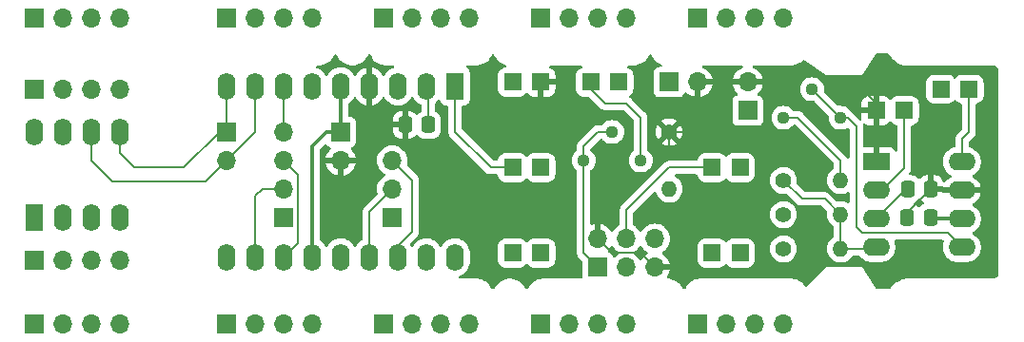
<source format=gbl>
G04 #@! TF.GenerationSoftware,KiCad,Pcbnew,8.0.5*
G04 #@! TF.CreationDate,2024-10-16T23:13:09+09:00*
G04 #@! TF.ProjectId,20240922_FV-1,32303234-3039-4323-925f-46562d312e6b,rev?*
G04 #@! TF.SameCoordinates,Original*
G04 #@! TF.FileFunction,Copper,L2,Bot*
G04 #@! TF.FilePolarity,Positive*
%FSLAX46Y46*%
G04 Gerber Fmt 4.6, Leading zero omitted, Abs format (unit mm)*
G04 Created by KiCad (PCBNEW 8.0.5) date 2024-10-16 23:13:09*
%MOMM*%
%LPD*%
G01*
G04 APERTURE LIST*
G04 Aperture macros list*
%AMRoundRect*
0 Rectangle with rounded corners*
0 $1 Rounding radius*
0 $2 $3 $4 $5 $6 $7 $8 $9 X,Y pos of 4 corners*
0 Add a 4 corners polygon primitive as box body*
4,1,4,$2,$3,$4,$5,$6,$7,$8,$9,$2,$3,0*
0 Add four circle primitives for the rounded corners*
1,1,$1+$1,$2,$3*
1,1,$1+$1,$4,$5*
1,1,$1+$1,$6,$7*
1,1,$1+$1,$8,$9*
0 Add four rect primitives between the rounded corners*
20,1,$1+$1,$2,$3,$4,$5,0*
20,1,$1+$1,$4,$5,$6,$7,0*
20,1,$1+$1,$6,$7,$8,$9,0*
20,1,$1+$1,$8,$9,$2,$3,0*%
G04 Aperture macros list end*
G04 #@! TA.AperFunction,ComponentPad*
%ADD10R,1.700000X1.700000*%
G04 #@! TD*
G04 #@! TA.AperFunction,ComponentPad*
%ADD11O,1.700000X1.700000*%
G04 #@! TD*
G04 #@! TA.AperFunction,ComponentPad*
%ADD12RoundRect,0.250000X0.550000X0.550000X-0.550000X0.550000X-0.550000X-0.550000X0.550000X-0.550000X0*%
G04 #@! TD*
G04 #@! TA.AperFunction,ComponentPad*
%ADD13R,2.400000X1.600000*%
G04 #@! TD*
G04 #@! TA.AperFunction,ComponentPad*
%ADD14O,2.400000X1.600000*%
G04 #@! TD*
G04 #@! TA.AperFunction,ComponentPad*
%ADD15RoundRect,0.250000X-0.550000X-0.550000X0.550000X-0.550000X0.550000X0.550000X-0.550000X0.550000X0*%
G04 #@! TD*
G04 #@! TA.AperFunction,ComponentPad*
%ADD16C,1.400000*%
G04 #@! TD*
G04 #@! TA.AperFunction,ComponentPad*
%ADD17O,1.400000X1.400000*%
G04 #@! TD*
G04 #@! TA.AperFunction,ComponentPad*
%ADD18C,1.120000*%
G04 #@! TD*
G04 #@! TA.AperFunction,ComponentPad*
%ADD19R,1.600000X2.400000*%
G04 #@! TD*
G04 #@! TA.AperFunction,ComponentPad*
%ADD20O,1.600000X2.400000*%
G04 #@! TD*
G04 #@! TA.AperFunction,SMDPad,CuDef*
%ADD21RoundRect,0.250000X0.337500X0.475000X-0.337500X0.475000X-0.337500X-0.475000X0.337500X-0.475000X0*%
G04 #@! TD*
G04 #@! TA.AperFunction,SMDPad,CuDef*
%ADD22RoundRect,0.250000X-0.337500X-0.475000X0.337500X-0.475000X0.337500X0.475000X-0.337500X0.475000X0*%
G04 #@! TD*
G04 #@! TA.AperFunction,ViaPad*
%ADD23C,0.600000*%
G04 #@! TD*
G04 #@! TA.AperFunction,Conductor*
%ADD24C,0.200000*%
G04 #@! TD*
G04 #@! TA.AperFunction,Conductor*
%ADD25C,0.300000*%
G04 #@! TD*
G04 APERTURE END LIST*
D10*
X113665000Y-87630000D03*
D11*
X116205000Y-87630000D03*
X118745000Y-87630000D03*
X121285000Y-87630000D03*
D12*
X176490000Y-94615000D03*
X173990000Y-94615000D03*
D13*
X188595000Y-94107000D03*
D14*
X188595000Y-96647000D03*
X188595000Y-99187000D03*
X188595000Y-101727000D03*
X196215000Y-101727000D03*
X196215000Y-99187000D03*
X196215000Y-96647000D03*
X196215000Y-94107000D03*
D15*
X156257200Y-86995000D03*
X158757200Y-86995000D03*
D16*
X180340000Y-101854000D03*
D17*
X185420000Y-101854000D03*
D10*
X130810000Y-81280000D03*
D11*
X133350000Y-81280000D03*
X135890000Y-81280000D03*
X138430000Y-81280000D03*
D10*
X172720000Y-81280000D03*
D11*
X175260000Y-81280000D03*
X177800000Y-81280000D03*
X180340000Y-81280000D03*
D15*
X156250000Y-94615000D03*
X158750000Y-94615000D03*
D10*
X144780000Y-108585000D03*
D11*
X147320000Y-108585000D03*
X149860000Y-108585000D03*
X152400000Y-108585000D03*
D10*
X113665000Y-81280000D03*
D11*
X116205000Y-81280000D03*
X118745000Y-81280000D03*
X121285000Y-81280000D03*
D10*
X158750000Y-108585000D03*
D11*
X161290000Y-108585000D03*
X163830000Y-108585000D03*
X166370000Y-108585000D03*
D16*
X180340000Y-98806000D03*
D17*
X185420000Y-98806000D03*
D12*
X165695000Y-86995000D03*
X163195000Y-86995000D03*
X176490000Y-102235000D03*
X173990000Y-102235000D03*
X196850000Y-87630000D03*
X194350000Y-87630000D03*
D10*
X170180000Y-86995000D03*
D11*
X172720000Y-86995000D03*
D10*
X172720000Y-108585000D03*
D11*
X175260000Y-108585000D03*
X177800000Y-108585000D03*
X180340000Y-108585000D03*
D18*
X162560000Y-93980000D03*
X165100000Y-91440000D03*
X167640000Y-93980000D03*
D10*
X113665000Y-102870000D03*
D11*
X116205000Y-102870000D03*
X118745000Y-102870000D03*
X121285000Y-102870000D03*
D10*
X144780000Y-81280000D03*
D11*
X147320000Y-81280000D03*
X149860000Y-81280000D03*
X152400000Y-81280000D03*
D10*
X177165000Y-89535000D03*
D11*
X177165000Y-86995000D03*
D16*
X170180000Y-91440000D03*
D17*
X170180000Y-96520000D03*
D16*
X180340000Y-95758000D03*
D17*
X185420000Y-95758000D03*
D15*
X156250000Y-102235000D03*
X158750000Y-102235000D03*
D10*
X158750000Y-81280000D03*
D11*
X161290000Y-81280000D03*
X163830000Y-81280000D03*
X166370000Y-81280000D03*
D18*
X180340000Y-90170000D03*
X182880000Y-87630000D03*
X185420000Y-90170000D03*
D10*
X130810000Y-108585000D03*
D11*
X133350000Y-108585000D03*
X135890000Y-108585000D03*
X138430000Y-108585000D03*
D19*
X113665000Y-99060000D03*
D20*
X116205000Y-99060000D03*
X118745000Y-99060000D03*
X121285000Y-99060000D03*
X121285000Y-91440000D03*
X118745000Y-91440000D03*
X116205000Y-91440000D03*
X113665000Y-91440000D03*
D12*
X191095000Y-89535000D03*
X188595000Y-89535000D03*
D19*
X151130000Y-87376000D03*
D20*
X148590000Y-87376000D03*
X146050000Y-87376000D03*
X143510000Y-87376000D03*
X140970000Y-87376000D03*
X138430000Y-87376000D03*
X135890000Y-87376000D03*
X133350000Y-87376000D03*
X130810000Y-87376000D03*
X130810000Y-102616000D03*
X133350000Y-102616000D03*
X135890000Y-102616000D03*
X138430000Y-102616000D03*
X140970000Y-102616000D03*
X143510000Y-102616000D03*
X146050000Y-102616000D03*
X148590000Y-102616000D03*
X151130000Y-102616000D03*
D10*
X163830000Y-103505000D03*
D11*
X163830000Y-100965000D03*
X166370000Y-103505000D03*
X166370000Y-100965000D03*
X168910000Y-103505000D03*
X168910000Y-100965000D03*
D10*
X113665000Y-108585000D03*
D11*
X116205000Y-108585000D03*
X118745000Y-108585000D03*
X121285000Y-108585000D03*
D10*
X145542000Y-99060000D03*
D11*
X145542000Y-96520000D03*
X145542000Y-93980000D03*
D21*
X193421000Y-99060000D03*
X191346000Y-99060000D03*
X148760000Y-90805000D03*
X146685000Y-90805000D03*
D10*
X130810000Y-91440000D03*
D11*
X130810000Y-93980000D03*
D10*
X135890000Y-99060000D03*
D11*
X135890000Y-96520000D03*
X135890000Y-93980000D03*
X135890000Y-91440000D03*
D22*
X191389000Y-96520000D03*
X193464000Y-96520000D03*
D10*
X140970000Y-91440000D03*
D11*
X140970000Y-93980000D03*
D23*
X173228000Y-90932000D03*
X173736000Y-98298000D03*
X175006000Y-86106000D03*
X191008000Y-85852000D03*
X189738000Y-87884000D03*
X194310000Y-91440000D03*
X198882000Y-86360000D03*
X198882000Y-91440000D03*
X198882000Y-100330000D03*
X193040000Y-103632000D03*
X198120000Y-103632000D03*
X188722000Y-103632000D03*
X182372000Y-103632000D03*
X178816000Y-103632000D03*
X177546000Y-100076000D03*
X171450000Y-101092000D03*
X171450000Y-103632000D03*
X168910000Y-98044000D03*
X171704000Y-93726000D03*
X161036000Y-89916000D03*
X161036000Y-86106000D03*
X157480000Y-89154000D03*
X160274000Y-103632000D03*
X159004000Y-98298000D03*
X160274000Y-100330000D03*
X157480000Y-100838000D03*
X157480000Y-103632000D03*
X152908000Y-100838000D03*
X152908000Y-103632000D03*
X148590000Y-97790000D03*
X152654000Y-90678000D03*
X147320000Y-92710000D03*
X144780000Y-89154000D03*
X142240000Y-89154000D03*
X142748000Y-92710000D03*
X142240000Y-96520000D03*
X139700000Y-96520000D03*
X149860000Y-100838000D03*
X142240000Y-100838000D03*
X139700000Y-100838000D03*
X186690000Y-86995000D03*
D24*
X151130000Y-87376000D02*
X151130000Y-91440000D01*
X154305000Y-94615000D02*
X156250000Y-94615000D01*
X151130000Y-91440000D02*
X154305000Y-94615000D01*
X163830000Y-100965000D02*
X165100000Y-102235000D01*
D25*
X143510000Y-91440000D02*
X143510000Y-92710000D01*
X143510000Y-92710000D02*
X142240000Y-93980000D01*
D24*
X193591000Y-96647000D02*
X193464000Y-96520000D01*
X196215000Y-96647000D02*
X193591000Y-96647000D01*
X170180000Y-91440000D02*
X170180000Y-93345000D01*
X191346000Y-99060000D02*
X191346000Y-98638000D01*
X172720000Y-90170000D02*
X171450000Y-91440000D01*
D25*
X142240000Y-93980000D02*
X140970000Y-93980000D01*
X143510000Y-87376000D02*
X143510000Y-90805000D01*
D24*
X169735500Y-93789500D02*
X165417500Y-98107500D01*
X165417500Y-98107500D02*
X163830000Y-99695000D01*
X170180000Y-93345000D02*
X169735500Y-93789500D01*
X191346000Y-98638000D02*
X193464000Y-96520000D01*
X188595000Y-89535000D02*
X188595000Y-88900000D01*
X167640000Y-102235000D02*
X168910000Y-103505000D01*
X172720000Y-86995000D02*
X172720000Y-90170000D01*
X171450000Y-91440000D02*
X170180000Y-91440000D01*
X163830000Y-99695000D02*
X163830000Y-100965000D01*
X188595000Y-89535000D02*
X188595000Y-94107000D01*
X146685000Y-90805000D02*
X143510000Y-90805000D01*
D25*
X143510000Y-90805000D02*
X143510000Y-91440000D01*
D24*
X193802000Y-96647000D02*
X193675000Y-96520000D01*
X188595000Y-88900000D02*
X186690000Y-86995000D01*
X165100000Y-102235000D02*
X167640000Y-102235000D01*
X191095000Y-94655000D02*
X189103000Y-96647000D01*
X191095000Y-89535000D02*
X191095000Y-94655000D01*
X190500000Y-90130000D02*
X191095000Y-89535000D01*
X189103000Y-96647000D02*
X188595000Y-96647000D01*
X191262000Y-96520000D02*
X191389000Y-96520000D01*
X188595000Y-99187000D02*
X191262000Y-96520000D01*
X196810000Y-93512000D02*
X196215000Y-94107000D01*
X196850000Y-91440000D02*
X196215000Y-92075000D01*
X196215000Y-92075000D02*
X196215000Y-94107000D01*
X196850000Y-87630000D02*
X196850000Y-91440000D01*
X185420000Y-98806000D02*
X184023000Y-97409000D01*
X184023000Y-97409000D02*
X181991000Y-97409000D01*
X185420000Y-101854000D02*
X185420000Y-98806000D01*
X181991000Y-97409000D02*
X180340000Y-95758000D01*
X185420000Y-101854000D02*
X188468000Y-101854000D01*
X188468000Y-101854000D02*
X188595000Y-101727000D01*
X186055000Y-90170000D02*
X185420000Y-90170000D01*
X194945000Y-100457000D02*
X187325000Y-100457000D01*
X186817000Y-99949000D02*
X186817000Y-90932000D01*
X196215000Y-101727000D02*
X194945000Y-100457000D01*
X182880000Y-87630000D02*
X185420000Y-90170000D01*
X196215000Y-101727000D02*
X196723000Y-101727000D01*
X186817000Y-90932000D02*
X186055000Y-90170000D01*
X187325000Y-100457000D02*
X186817000Y-99949000D01*
D25*
X196215000Y-99187000D02*
X193548000Y-99187000D01*
X140970000Y-87376000D02*
X140970000Y-91440000D01*
X140970000Y-91440000D02*
X139700000Y-91440000D01*
X139700000Y-91440000D02*
X138430000Y-92710000D01*
X193548000Y-99187000D02*
X193421000Y-99060000D01*
X138430000Y-92710000D02*
X138430000Y-102616000D01*
D24*
X145542000Y-96520000D02*
X143510000Y-98552000D01*
X143510000Y-98552000D02*
X143510000Y-102616000D01*
X135890000Y-93980000D02*
X137160000Y-95250000D01*
X137160000Y-95250000D02*
X137160000Y-101346000D01*
X137160000Y-101346000D02*
X135890000Y-102616000D01*
X133350000Y-97155000D02*
X133350000Y-102616000D01*
X135890000Y-96520000D02*
X133985000Y-96520000D01*
X133985000Y-96520000D02*
X133350000Y-97155000D01*
X127000000Y-94615000D02*
X130175000Y-91440000D01*
X121285000Y-93345000D02*
X122555000Y-94615000D01*
X130810000Y-91440000D02*
X130810000Y-87376000D01*
X122555000Y-94615000D02*
X127000000Y-94615000D01*
X121285000Y-91440000D02*
X121285000Y-93345000D01*
X130175000Y-91440000D02*
X130810000Y-91440000D01*
X128905000Y-95885000D02*
X130810000Y-93980000D01*
X118745000Y-93980000D02*
X120650000Y-95885000D01*
X118745000Y-91440000D02*
X118745000Y-93980000D01*
X133350000Y-91440000D02*
X133350000Y-87376000D01*
X120650000Y-95885000D02*
X128905000Y-95885000D01*
X130810000Y-93980000D02*
X133350000Y-91440000D01*
X145542000Y-93980000D02*
X147320000Y-95758000D01*
X147320000Y-100330000D02*
X146050000Y-101600000D01*
X147320000Y-95758000D02*
X147320000Y-100330000D01*
X146050000Y-101600000D02*
X146050000Y-102616000D01*
X135890000Y-87376000D02*
X135890000Y-91440000D01*
X148760000Y-90805000D02*
X148760000Y-87546000D01*
X148590000Y-91270000D02*
X148760000Y-91440000D01*
X148760000Y-87546000D02*
X148590000Y-87376000D01*
X167640000Y-93980000D02*
X167640000Y-90170000D01*
X167640000Y-90170000D02*
X166370000Y-88900000D01*
X164465000Y-88900000D02*
X163195000Y-87630000D01*
X163195000Y-87630000D02*
X163195000Y-86995000D01*
X166370000Y-88900000D02*
X164465000Y-88900000D01*
X163830000Y-103505000D02*
X162560000Y-102235000D01*
X162560000Y-93980000D02*
X162560000Y-92710000D01*
X162560000Y-102235000D02*
X162560000Y-93980000D01*
X162560000Y-92710000D02*
X163830000Y-91440000D01*
X163830000Y-91440000D02*
X165100000Y-91440000D01*
X166370000Y-100965000D02*
X166370000Y-98425000D01*
X166370000Y-98425000D02*
X170180000Y-94615000D01*
X170180000Y-94615000D02*
X173990000Y-94615000D01*
X185420000Y-93980000D02*
X185420000Y-95758000D01*
X181610000Y-90170000D02*
X185420000Y-93980000D01*
X180340000Y-90170000D02*
X181610000Y-90170000D01*
G04 #@! TA.AperFunction,Conductor*
G36*
X192506240Y-97430234D02*
G01*
X192532329Y-97460339D01*
X192534181Y-97463341D01*
X192534183Y-97463344D01*
X192658154Y-97587315D01*
X192798847Y-97674095D01*
X192845571Y-97726043D01*
X192856794Y-97795006D01*
X192828950Y-97859088D01*
X192772759Y-97897338D01*
X192764173Y-97900183D01*
X192764163Y-97900187D01*
X192614842Y-97992289D01*
X192490788Y-98116343D01*
X192490783Y-98116349D01*
X192488741Y-98119661D01*
X192486747Y-98121453D01*
X192486307Y-98122011D01*
X192486211Y-98121935D01*
X192436791Y-98166383D01*
X192367828Y-98177602D01*
X192303747Y-98149755D01*
X192277668Y-98119656D01*
X192275819Y-98116659D01*
X192275816Y-98116655D01*
X192151845Y-97992684D01*
X192011152Y-97905904D01*
X191964428Y-97853956D01*
X191953205Y-97784993D01*
X191981049Y-97720911D01*
X192037246Y-97682659D01*
X192045834Y-97679814D01*
X192195156Y-97587712D01*
X192319212Y-97463656D01*
X192321252Y-97460347D01*
X192323245Y-97458555D01*
X192323693Y-97457989D01*
X192323789Y-97458065D01*
X192373194Y-97413623D01*
X192442156Y-97402395D01*
X192506240Y-97430234D01*
G37*
G04 #@! TD.AperFunction*
G04 #@! TA.AperFunction,Conductor*
G36*
X188845000Y-90834999D02*
G01*
X189194972Y-90834999D01*
X189194986Y-90834998D01*
X189297697Y-90824505D01*
X189464119Y-90769358D01*
X189464124Y-90769356D01*
X189613345Y-90677315D01*
X189737318Y-90553342D01*
X189739165Y-90550348D01*
X189740969Y-90548724D01*
X189741798Y-90547677D01*
X189741976Y-90547818D01*
X189791110Y-90503621D01*
X189860073Y-90492396D01*
X189924156Y-90520236D01*
X189950243Y-90550341D01*
X189952288Y-90553656D01*
X190076344Y-90677712D01*
X190225666Y-90769814D01*
X190392203Y-90824999D01*
X190392209Y-90824999D01*
X190396448Y-90825907D01*
X190457884Y-90859185D01*
X190491576Y-90920394D01*
X190494500Y-90947162D01*
X190494500Y-93064381D01*
X190474815Y-93131420D01*
X190422011Y-93177175D01*
X190352853Y-93187119D01*
X190289297Y-93158094D01*
X190254318Y-93107714D01*
X190238354Y-93064913D01*
X190238350Y-93064906D01*
X190152190Y-92949812D01*
X190152187Y-92949809D01*
X190037093Y-92863649D01*
X190037086Y-92863645D01*
X189902379Y-92813403D01*
X189902372Y-92813401D01*
X189842844Y-92807000D01*
X188845000Y-92807000D01*
X188845000Y-93791314D01*
X188840606Y-93786920D01*
X188749394Y-93734259D01*
X188647661Y-93707000D01*
X188542339Y-93707000D01*
X188440606Y-93734259D01*
X188349394Y-93786920D01*
X188345000Y-93791314D01*
X188345000Y-92807000D01*
X187541500Y-92807000D01*
X187474461Y-92787315D01*
X187428706Y-92734511D01*
X187417500Y-92683000D01*
X187417500Y-91021060D01*
X187417501Y-91021047D01*
X187417501Y-90852944D01*
X187416169Y-90847972D01*
X187410396Y-90826427D01*
X187412059Y-90756579D01*
X187451221Y-90698717D01*
X187515449Y-90671212D01*
X187584352Y-90682798D01*
X187595268Y-90688797D01*
X187725869Y-90769353D01*
X187725880Y-90769358D01*
X187892302Y-90824505D01*
X187892309Y-90824506D01*
X187995019Y-90834999D01*
X188344999Y-90834999D01*
X188345000Y-90834998D01*
X188345000Y-89850686D01*
X188349394Y-89855080D01*
X188440606Y-89907741D01*
X188542339Y-89935000D01*
X188647661Y-89935000D01*
X188749394Y-89907741D01*
X188840606Y-89855080D01*
X188845000Y-89850686D01*
X188845000Y-90834999D01*
G37*
G04 #@! TD.AperFunction*
G04 #@! TA.AperFunction,Conductor*
G36*
X189705059Y-84474685D02*
G01*
X189745406Y-84516999D01*
X189810143Y-84629126D01*
X189810148Y-84629132D01*
X189810149Y-84629134D01*
X189971978Y-84840035D01*
X189971984Y-84840042D01*
X190159957Y-85028015D01*
X190159964Y-85028021D01*
X190179085Y-85042693D01*
X190370874Y-85189857D01*
X190370881Y-85189861D01*
X190601096Y-85322777D01*
X190601101Y-85322779D01*
X190601104Y-85322781D01*
X190846715Y-85424516D01*
X191103504Y-85493323D01*
X191367076Y-85528023D01*
X191426207Y-85528023D01*
X191430894Y-85528320D01*
X191436225Y-85528297D01*
X191436228Y-85528298D01*
X191500352Y-85528026D01*
X191500939Y-85528024D01*
X191501463Y-85528023D01*
X191571244Y-85528023D01*
X191575907Y-85527705D01*
X198000939Y-85500501D01*
X198001464Y-85500500D01*
X198934108Y-85500500D01*
X198993038Y-85500500D01*
X199006922Y-85501280D01*
X199097266Y-85511459D01*
X199124331Y-85517636D01*
X199203540Y-85545352D01*
X199228553Y-85557398D01*
X199299606Y-85602043D01*
X199321313Y-85619355D01*
X199380644Y-85678686D01*
X199397957Y-85700395D01*
X199442600Y-85771444D01*
X199454648Y-85796462D01*
X199482362Y-85875666D01*
X199488540Y-85902735D01*
X199497492Y-85982183D01*
X199498720Y-85993076D01*
X199499500Y-86006961D01*
X199499500Y-103993038D01*
X199498720Y-104006923D01*
X199488540Y-104097264D01*
X199482362Y-104124333D01*
X199454648Y-104203537D01*
X199442600Y-104228555D01*
X199397957Y-104299604D01*
X199380644Y-104321313D01*
X199321313Y-104380644D01*
X199299604Y-104397957D01*
X199228555Y-104442600D01*
X199203537Y-104454648D01*
X199124333Y-104482362D01*
X199097264Y-104488540D01*
X199017075Y-104497576D01*
X199006921Y-104498720D01*
X198993038Y-104499500D01*
X191368872Y-104499500D01*
X191137772Y-104529926D01*
X191108884Y-104533730D01*
X190960262Y-104573553D01*
X190855581Y-104601602D01*
X190855571Y-104601605D01*
X190613309Y-104701953D01*
X190613299Y-104701958D01*
X190386196Y-104833075D01*
X190178148Y-104992718D01*
X189992718Y-105178148D01*
X189852036Y-105361487D01*
X189795608Y-105402689D01*
X189753661Y-105410000D01*
X188661363Y-105410000D01*
X188594324Y-105390315D01*
X188558189Y-105354783D01*
X187325000Y-103505000D01*
X184150000Y-103505000D01*
X184149999Y-103505000D01*
X182452529Y-105202469D01*
X182391206Y-105235954D01*
X182321514Y-105230970D01*
X182265581Y-105189098D01*
X182264566Y-105187723D01*
X182144517Y-105022490D01*
X181977510Y-104855483D01*
X181786433Y-104716657D01*
X181757575Y-104701953D01*
X181575996Y-104609433D01*
X181351368Y-104536446D01*
X181118097Y-104499500D01*
X181118092Y-104499500D01*
X181065892Y-104499500D01*
X173065892Y-104499500D01*
X173000000Y-104499500D01*
X172881908Y-104499500D01*
X172881903Y-104499500D01*
X172648631Y-104536446D01*
X172424003Y-104609433D01*
X172213566Y-104716657D01*
X172128545Y-104778429D01*
X172022490Y-104855483D01*
X172022488Y-104855485D01*
X172022487Y-104855485D01*
X171855485Y-105022487D01*
X171855485Y-105022488D01*
X171855483Y-105022490D01*
X171795862Y-105104550D01*
X171716657Y-105213566D01*
X171705250Y-105235954D01*
X171653505Y-105337511D01*
X171651067Y-105342295D01*
X171603092Y-105393091D01*
X171540582Y-105410000D01*
X171460721Y-105410000D01*
X171393682Y-105390315D01*
X171347927Y-105337511D01*
X171347165Y-105335809D01*
X171324174Y-105283395D01*
X171188166Y-105075217D01*
X171139624Y-105022487D01*
X171019744Y-104892262D01*
X170823509Y-104739526D01*
X170823507Y-104739525D01*
X170823506Y-104739524D01*
X170604811Y-104621172D01*
X170604802Y-104621169D01*
X170369616Y-104540429D01*
X170124335Y-104499500D01*
X170099891Y-104499500D01*
X170032852Y-104479815D01*
X169987097Y-104427011D01*
X169977153Y-104357853D01*
X169998316Y-104304376D01*
X170083600Y-104182578D01*
X170183429Y-103968492D01*
X170183432Y-103968486D01*
X170240636Y-103755000D01*
X169343012Y-103755000D01*
X169375925Y-103697993D01*
X169410000Y-103570826D01*
X169410000Y-103439174D01*
X169375925Y-103312007D01*
X169343012Y-103255000D01*
X170240636Y-103255000D01*
X170240635Y-103254999D01*
X170183432Y-103041513D01*
X170183429Y-103041507D01*
X170083600Y-102827422D01*
X170083599Y-102827420D01*
X169948113Y-102633926D01*
X169948108Y-102633920D01*
X169781078Y-102466890D01*
X169595405Y-102336879D01*
X169551780Y-102282302D01*
X169544588Y-102212804D01*
X169576110Y-102150449D01*
X169595406Y-102133730D01*
X169595842Y-102133425D01*
X169781401Y-102003495D01*
X169948495Y-101836401D01*
X170084035Y-101642830D01*
X170087694Y-101634983D01*
X172689500Y-101634983D01*
X172689500Y-102835001D01*
X172689501Y-102835018D01*
X172700000Y-102937796D01*
X172700001Y-102937799D01*
X172755185Y-103104331D01*
X172755187Y-103104336D01*
X172763832Y-103118351D01*
X172847288Y-103253656D01*
X172971344Y-103377712D01*
X173120666Y-103469814D01*
X173287203Y-103524999D01*
X173389991Y-103535500D01*
X174590008Y-103535499D01*
X174692797Y-103524999D01*
X174859334Y-103469814D01*
X175008656Y-103377712D01*
X175132712Y-103253656D01*
X175134461Y-103250819D01*
X175136169Y-103249283D01*
X175137193Y-103247989D01*
X175137414Y-103248163D01*
X175186406Y-103204096D01*
X175255368Y-103192872D01*
X175319451Y-103220713D01*
X175345537Y-103250817D01*
X175347288Y-103253656D01*
X175471344Y-103377712D01*
X175620666Y-103469814D01*
X175787203Y-103524999D01*
X175889991Y-103535500D01*
X177090008Y-103535499D01*
X177192797Y-103524999D01*
X177359334Y-103469814D01*
X177508656Y-103377712D01*
X177632712Y-103253656D01*
X177724814Y-103104334D01*
X177779999Y-102937797D01*
X177790500Y-102835009D01*
X177790499Y-101853999D01*
X179134357Y-101853999D01*
X179134357Y-101854000D01*
X179154884Y-102075535D01*
X179154885Y-102075537D01*
X179215769Y-102289523D01*
X179215775Y-102289538D01*
X179314938Y-102488683D01*
X179314943Y-102488691D01*
X179449020Y-102666238D01*
X179613437Y-102816123D01*
X179613439Y-102816125D01*
X179802595Y-102933245D01*
X179802596Y-102933245D01*
X179802599Y-102933247D01*
X180010060Y-103013618D01*
X180228757Y-103054500D01*
X180228759Y-103054500D01*
X180451241Y-103054500D01*
X180451243Y-103054500D01*
X180669940Y-103013618D01*
X180877401Y-102933247D01*
X181066562Y-102816124D01*
X181230981Y-102666236D01*
X181365058Y-102488689D01*
X181464229Y-102289528D01*
X181525115Y-102075536D01*
X181545643Y-101854000D01*
X181525115Y-101632464D01*
X181464229Y-101418472D01*
X181464224Y-101418461D01*
X181365061Y-101219316D01*
X181365056Y-101219308D01*
X181230979Y-101041761D01*
X181066562Y-100891876D01*
X181066560Y-100891874D01*
X180877404Y-100774754D01*
X180877398Y-100774752D01*
X180669940Y-100694382D01*
X180451243Y-100653500D01*
X180228757Y-100653500D01*
X180010060Y-100694382D01*
X179880035Y-100744754D01*
X179802601Y-100774752D01*
X179802595Y-100774754D01*
X179613439Y-100891874D01*
X179613437Y-100891876D01*
X179449020Y-101041761D01*
X179314943Y-101219308D01*
X179314938Y-101219316D01*
X179215775Y-101418461D01*
X179215769Y-101418476D01*
X179154885Y-101632462D01*
X179154884Y-101632464D01*
X179134357Y-101853999D01*
X177790499Y-101853999D01*
X177790499Y-101634992D01*
X177790102Y-101631110D01*
X177779999Y-101532203D01*
X177779998Y-101532200D01*
X177748462Y-101437032D01*
X177724814Y-101365666D01*
X177632712Y-101216344D01*
X177508656Y-101092288D01*
X177409010Y-101030826D01*
X177359336Y-101000187D01*
X177359331Y-101000185D01*
X177357862Y-100999698D01*
X177192797Y-100945001D01*
X177192795Y-100945000D01*
X177090010Y-100934500D01*
X175889998Y-100934500D01*
X175889981Y-100934501D01*
X175787203Y-100945000D01*
X175787200Y-100945001D01*
X175620668Y-101000185D01*
X175620663Y-101000187D01*
X175471342Y-101092289D01*
X175347285Y-101216346D01*
X175345537Y-101219182D01*
X175343829Y-101220717D01*
X175342807Y-101222011D01*
X175342585Y-101221836D01*
X175293589Y-101265905D01*
X175224626Y-101277126D01*
X175160544Y-101249282D01*
X175134463Y-101219182D01*
X175132714Y-101216346D01*
X175008657Y-101092289D01*
X175008656Y-101092288D01*
X174909010Y-101030826D01*
X174859336Y-101000187D01*
X174859331Y-101000185D01*
X174857862Y-100999698D01*
X174692797Y-100945001D01*
X174692795Y-100945000D01*
X174590010Y-100934500D01*
X173389998Y-100934500D01*
X173389981Y-100934501D01*
X173287203Y-100945000D01*
X173287200Y-100945001D01*
X173120668Y-101000185D01*
X173120663Y-101000187D01*
X172971342Y-101092289D01*
X172847289Y-101216342D01*
X172755187Y-101365663D01*
X172755185Y-101365668D01*
X172754152Y-101368786D01*
X172700001Y-101532203D01*
X172700001Y-101532204D01*
X172700000Y-101532204D01*
X172689500Y-101634983D01*
X170087694Y-101634983D01*
X170183903Y-101428663D01*
X170245063Y-101200408D01*
X170265659Y-100965000D01*
X170245063Y-100729592D01*
X170183903Y-100501337D01*
X170084035Y-100287171D01*
X170078731Y-100279595D01*
X169948494Y-100093597D01*
X169781402Y-99926506D01*
X169781395Y-99926501D01*
X169765318Y-99915244D01*
X169700622Y-99869943D01*
X169587834Y-99790967D01*
X169587830Y-99790965D01*
X169582085Y-99788286D01*
X169373663Y-99691097D01*
X169373659Y-99691096D01*
X169373655Y-99691094D01*
X169145413Y-99629938D01*
X169145403Y-99629936D01*
X168910001Y-99609341D01*
X168909999Y-99609341D01*
X168674596Y-99629936D01*
X168674586Y-99629938D01*
X168446344Y-99691094D01*
X168446335Y-99691098D01*
X168232171Y-99790964D01*
X168232169Y-99790965D01*
X168038597Y-99926505D01*
X167871505Y-100093597D01*
X167741575Y-100279158D01*
X167686998Y-100322783D01*
X167617500Y-100329977D01*
X167555145Y-100298454D01*
X167538425Y-100279158D01*
X167408494Y-100093597D01*
X167241402Y-99926506D01*
X167241395Y-99926501D01*
X167225318Y-99915244D01*
X167160622Y-99869943D01*
X167047831Y-99790965D01*
X167047826Y-99790962D01*
X167042091Y-99788288D01*
X166989653Y-99742113D01*
X166970500Y-99675908D01*
X166970500Y-98805999D01*
X179134357Y-98805999D01*
X179134357Y-98806000D01*
X179154884Y-99027535D01*
X179154885Y-99027537D01*
X179215769Y-99241523D01*
X179215775Y-99241538D01*
X179314938Y-99440683D01*
X179314943Y-99440691D01*
X179449020Y-99618238D01*
X179613437Y-99768123D01*
X179613439Y-99768125D01*
X179802595Y-99885245D01*
X179802596Y-99885245D01*
X179802599Y-99885247D01*
X180010060Y-99965618D01*
X180228757Y-100006500D01*
X180228759Y-100006500D01*
X180451241Y-100006500D01*
X180451243Y-100006500D01*
X180669940Y-99965618D01*
X180877401Y-99885247D01*
X181066562Y-99768124D01*
X181206282Y-99640751D01*
X181230979Y-99618238D01*
X181256074Y-99585008D01*
X181365058Y-99440689D01*
X181464229Y-99241528D01*
X181525115Y-99027536D01*
X181545643Y-98806000D01*
X181525115Y-98584464D01*
X181464229Y-98370472D01*
X181448950Y-98339787D01*
X181365061Y-98171316D01*
X181365056Y-98171308D01*
X181230979Y-97993761D01*
X181066562Y-97843876D01*
X181066560Y-97843874D01*
X180877404Y-97726754D01*
X180877398Y-97726752D01*
X180875568Y-97726043D01*
X180669940Y-97646382D01*
X180451243Y-97605500D01*
X180228757Y-97605500D01*
X180010060Y-97646382D01*
X179917841Y-97682108D01*
X179802601Y-97726752D01*
X179802595Y-97726754D01*
X179613439Y-97843874D01*
X179613437Y-97843876D01*
X179449020Y-97993761D01*
X179314943Y-98171308D01*
X179314938Y-98171316D01*
X179215775Y-98370461D01*
X179215769Y-98370476D01*
X179154885Y-98584462D01*
X179154884Y-98584464D01*
X179134357Y-98805999D01*
X166970500Y-98805999D01*
X166970500Y-98725097D01*
X166990185Y-98658058D01*
X167006819Y-98637416D01*
X167912639Y-97731596D01*
X168825264Y-96818970D01*
X168886585Y-96785487D01*
X168956277Y-96790471D01*
X169012210Y-96832343D01*
X169032209Y-96872718D01*
X169055770Y-96955525D01*
X169055775Y-96955538D01*
X169154938Y-97154683D01*
X169154943Y-97154691D01*
X169289020Y-97332238D01*
X169453437Y-97482123D01*
X169453439Y-97482125D01*
X169642595Y-97599245D01*
X169642596Y-97599245D01*
X169642599Y-97599247D01*
X169850060Y-97679618D01*
X170068757Y-97720500D01*
X170068759Y-97720500D01*
X170291241Y-97720500D01*
X170291243Y-97720500D01*
X170509940Y-97679618D01*
X170717401Y-97599247D01*
X170906562Y-97482124D01*
X171070981Y-97332236D01*
X171205058Y-97154689D01*
X171304229Y-96955528D01*
X171365115Y-96741536D01*
X171385643Y-96520000D01*
X171383743Y-96499500D01*
X171365115Y-96298464D01*
X171365114Y-96298462D01*
X171365049Y-96298234D01*
X171304229Y-96084472D01*
X171290223Y-96056344D01*
X171205061Y-95885316D01*
X171205056Y-95885308D01*
X171070979Y-95707761D01*
X170906562Y-95557876D01*
X170906560Y-95557874D01*
X170724143Y-95444927D01*
X170677507Y-95392899D01*
X170666403Y-95323918D01*
X170694356Y-95259883D01*
X170752491Y-95221127D01*
X170789420Y-95215500D01*
X172577837Y-95215500D01*
X172644876Y-95235185D01*
X172690631Y-95287989D01*
X172699089Y-95313541D01*
X172699999Y-95317792D01*
X172755185Y-95484331D01*
X172755187Y-95484336D01*
X172781018Y-95526214D01*
X172847288Y-95633656D01*
X172971344Y-95757712D01*
X173120666Y-95849814D01*
X173287203Y-95904999D01*
X173389991Y-95915500D01*
X174590008Y-95915499D01*
X174692797Y-95904999D01*
X174859334Y-95849814D01*
X175008656Y-95757712D01*
X175132712Y-95633656D01*
X175134461Y-95630819D01*
X175136169Y-95629283D01*
X175137193Y-95627989D01*
X175137414Y-95628163D01*
X175186406Y-95584096D01*
X175255368Y-95572872D01*
X175319451Y-95600713D01*
X175345537Y-95630817D01*
X175347288Y-95633656D01*
X175471344Y-95757712D01*
X175620666Y-95849814D01*
X175787203Y-95904999D01*
X175889991Y-95915500D01*
X177090008Y-95915499D01*
X177192797Y-95904999D01*
X177359334Y-95849814D01*
X177508191Y-95757999D01*
X179134357Y-95757999D01*
X179134357Y-95758000D01*
X179154884Y-95979535D01*
X179154885Y-95979537D01*
X179215769Y-96193523D01*
X179215775Y-96193538D01*
X179314938Y-96392683D01*
X179314942Y-96392689D01*
X179449020Y-96570238D01*
X179563367Y-96674478D01*
X179608068Y-96715229D01*
X179613437Y-96720123D01*
X179613439Y-96720125D01*
X179802595Y-96837245D01*
X179802596Y-96837245D01*
X179802599Y-96837247D01*
X180010060Y-96917618D01*
X180228757Y-96958500D01*
X180228759Y-96958500D01*
X180451241Y-96958500D01*
X180451243Y-96958500D01*
X180589214Y-96932708D01*
X180658729Y-96939739D01*
X180699680Y-96966916D01*
X181622284Y-97889520D01*
X181622286Y-97889521D01*
X181622290Y-97889524D01*
X181699513Y-97934108D01*
X181759216Y-97968577D01*
X181911943Y-98009501D01*
X181911945Y-98009501D01*
X182077654Y-98009501D01*
X182077670Y-98009500D01*
X183722903Y-98009500D01*
X183789942Y-98029185D01*
X183810584Y-98045819D01*
X184208685Y-98443920D01*
X184242170Y-98505243D01*
X184240271Y-98565532D01*
X184234885Y-98584462D01*
X184214357Y-98805999D01*
X184214357Y-98806000D01*
X184234884Y-99027535D01*
X184234885Y-99027537D01*
X184295769Y-99241523D01*
X184295775Y-99241538D01*
X184394938Y-99440683D01*
X184394943Y-99440691D01*
X184529020Y-99618238D01*
X184693433Y-99768120D01*
X184693435Y-99768121D01*
X184693438Y-99768124D01*
X184760778Y-99809818D01*
X184807412Y-99861843D01*
X184819500Y-99915244D01*
X184819500Y-100744754D01*
X184799815Y-100811793D01*
X184760778Y-100850181D01*
X184693436Y-100891877D01*
X184529020Y-101041761D01*
X184394943Y-101219308D01*
X184394938Y-101219316D01*
X184295775Y-101418461D01*
X184295769Y-101418476D01*
X184234885Y-101632462D01*
X184234884Y-101632464D01*
X184214357Y-101853999D01*
X184214357Y-101854000D01*
X184234884Y-102075535D01*
X184234885Y-102075537D01*
X184295769Y-102289523D01*
X184295775Y-102289538D01*
X184394938Y-102488683D01*
X184394943Y-102488691D01*
X184529020Y-102666238D01*
X184693437Y-102816123D01*
X184693439Y-102816125D01*
X184882595Y-102933245D01*
X184882596Y-102933245D01*
X184882599Y-102933247D01*
X185090060Y-103013618D01*
X185308757Y-103054500D01*
X185308759Y-103054500D01*
X185531241Y-103054500D01*
X185531243Y-103054500D01*
X185749940Y-103013618D01*
X185957401Y-102933247D01*
X186146562Y-102816124D01*
X186310981Y-102666236D01*
X186433667Y-102503772D01*
X186489776Y-102462137D01*
X186532621Y-102454500D01*
X187052872Y-102454500D01*
X187119911Y-102474185D01*
X187153191Y-102505615D01*
X187203034Y-102574219D01*
X187347786Y-102718971D01*
X187486286Y-102819595D01*
X187513390Y-102839287D01*
X187629607Y-102898503D01*
X187695776Y-102932218D01*
X187695778Y-102932218D01*
X187695781Y-102932220D01*
X187800137Y-102966127D01*
X187890465Y-102995477D01*
X187991557Y-103011488D01*
X188092648Y-103027500D01*
X188092649Y-103027500D01*
X189097351Y-103027500D01*
X189097352Y-103027500D01*
X189299534Y-102995477D01*
X189494219Y-102932220D01*
X189676610Y-102839287D01*
X189769590Y-102771732D01*
X189842213Y-102718971D01*
X189842215Y-102718968D01*
X189842219Y-102718966D01*
X189986966Y-102574219D01*
X189986968Y-102574215D01*
X189986971Y-102574213D01*
X190059644Y-102474185D01*
X190107287Y-102408610D01*
X190200220Y-102226219D01*
X190263477Y-102031534D01*
X190295500Y-101829352D01*
X190295500Y-101624648D01*
X190291517Y-101599500D01*
X190263477Y-101422465D01*
X190216253Y-101277126D01*
X190200220Y-101227781D01*
X190200218Y-101227777D01*
X190198714Y-101223148D01*
X190200035Y-101222718D01*
X190193236Y-101159486D01*
X190224509Y-101097006D01*
X190284597Y-101061352D01*
X190315266Y-101057500D01*
X194494733Y-101057500D01*
X194561772Y-101077185D01*
X194607527Y-101129989D01*
X194617471Y-101199147D01*
X194610920Y-101223029D01*
X194611285Y-101223148D01*
X194546523Y-101422461D01*
X194546523Y-101422464D01*
X194518483Y-101599500D01*
X194514500Y-101624648D01*
X194514500Y-101829352D01*
X194515617Y-101836402D01*
X194546522Y-102031534D01*
X194609781Y-102226223D01*
X194702715Y-102408613D01*
X194823028Y-102574213D01*
X194967786Y-102718971D01*
X195106286Y-102819595D01*
X195133390Y-102839287D01*
X195249607Y-102898503D01*
X195315776Y-102932218D01*
X195315778Y-102932218D01*
X195315781Y-102932220D01*
X195420137Y-102966127D01*
X195510465Y-102995477D01*
X195611557Y-103011488D01*
X195712648Y-103027500D01*
X195712649Y-103027500D01*
X196717351Y-103027500D01*
X196717352Y-103027500D01*
X196919534Y-102995477D01*
X197114219Y-102932220D01*
X197296610Y-102839287D01*
X197389590Y-102771732D01*
X197462213Y-102718971D01*
X197462215Y-102718968D01*
X197462219Y-102718966D01*
X197606966Y-102574219D01*
X197606968Y-102574215D01*
X197606971Y-102574213D01*
X197679644Y-102474185D01*
X197727287Y-102408610D01*
X197820220Y-102226219D01*
X197883477Y-102031534D01*
X197915500Y-101829352D01*
X197915500Y-101624648D01*
X197911517Y-101599500D01*
X197883477Y-101422465D01*
X197832607Y-101265905D01*
X197820220Y-101227781D01*
X197820218Y-101227778D01*
X197820218Y-101227776D01*
X197770392Y-101129989D01*
X197727287Y-101045390D01*
X197708053Y-101018916D01*
X197606971Y-100879786D01*
X197462213Y-100735028D01*
X197296614Y-100614715D01*
X197290006Y-100611348D01*
X197203917Y-100567483D01*
X197153123Y-100519511D01*
X197136328Y-100451690D01*
X197158865Y-100385555D01*
X197203917Y-100346516D01*
X197296610Y-100299287D01*
X197341560Y-100266629D01*
X197462213Y-100178971D01*
X197462215Y-100178968D01*
X197462219Y-100178966D01*
X197606966Y-100034219D01*
X197606968Y-100034215D01*
X197606971Y-100034213D01*
X197662436Y-99957870D01*
X197727287Y-99868610D01*
X197820220Y-99686219D01*
X197883477Y-99491534D01*
X197915500Y-99289352D01*
X197915500Y-99084648D01*
X197883477Y-98882466D01*
X197820220Y-98687781D01*
X197820218Y-98687778D01*
X197820218Y-98687776D01*
X197767576Y-98584462D01*
X197727287Y-98505390D01*
X197682627Y-98443920D01*
X197606971Y-98339786D01*
X197462213Y-98195028D01*
X197296611Y-98074713D01*
X197203369Y-98027203D01*
X197152574Y-97979229D01*
X197135779Y-97911407D01*
X197158317Y-97845273D01*
X197203371Y-97806234D01*
X197296347Y-97758861D01*
X197461894Y-97638582D01*
X197461895Y-97638582D01*
X197606582Y-97493895D01*
X197606582Y-97493894D01*
X197726859Y-97328349D01*
X197819755Y-97146029D01*
X197882990Y-96951413D01*
X197891609Y-96897000D01*
X196530686Y-96897000D01*
X196535080Y-96892606D01*
X196587741Y-96801394D01*
X196615000Y-96699661D01*
X196615000Y-96594339D01*
X196587741Y-96492606D01*
X196535080Y-96401394D01*
X196530686Y-96397000D01*
X197891609Y-96397000D01*
X197882990Y-96342586D01*
X197819755Y-96147970D01*
X197726859Y-95965650D01*
X197606582Y-95800105D01*
X197606582Y-95800104D01*
X197461895Y-95655417D01*
X197296349Y-95535140D01*
X197203370Y-95487765D01*
X197152574Y-95439790D01*
X197135779Y-95371969D01*
X197158316Y-95305835D01*
X197203370Y-95266795D01*
X197212500Y-95262143D01*
X197296610Y-95219287D01*
X197358150Y-95174576D01*
X197462213Y-95098971D01*
X197462215Y-95098968D01*
X197462219Y-95098966D01*
X197606966Y-94954219D01*
X197606968Y-94954215D01*
X197606971Y-94954213D01*
X197708394Y-94814614D01*
X197727287Y-94788610D01*
X197820220Y-94606219D01*
X197883477Y-94411534D01*
X197915500Y-94209352D01*
X197915500Y-94004648D01*
X197900858Y-93912203D01*
X197883477Y-93802465D01*
X197821358Y-93611284D01*
X197820220Y-93607781D01*
X197820218Y-93607778D01*
X197820218Y-93607776D01*
X197776330Y-93521642D01*
X197727287Y-93425390D01*
X197701986Y-93390566D01*
X197606971Y-93259786D01*
X197462213Y-93115028D01*
X197296613Y-92994715D01*
X197296612Y-92994714D01*
X197296610Y-92994713D01*
X197114219Y-92901780D01*
X196919534Y-92838523D01*
X196919531Y-92838522D01*
X196914794Y-92837385D01*
X196915070Y-92836233D01*
X196856950Y-92808667D01*
X196820030Y-92749349D01*
X196815500Y-92716139D01*
X196815500Y-92375097D01*
X196835185Y-92308058D01*
X196851819Y-92287416D01*
X197064813Y-92074422D01*
X197330520Y-91808716D01*
X197409577Y-91671784D01*
X197450501Y-91519057D01*
X197450501Y-91360942D01*
X197450501Y-91353339D01*
X197450500Y-91353329D01*
X197450500Y-89042162D01*
X197470185Y-88975123D01*
X197522989Y-88929368D01*
X197548552Y-88920907D01*
X197552788Y-88919999D01*
X197552797Y-88919999D01*
X197719334Y-88864814D01*
X197868656Y-88772712D01*
X197992712Y-88648656D01*
X198084814Y-88499334D01*
X198139999Y-88332797D01*
X198150500Y-88230009D01*
X198150499Y-87029992D01*
X198149732Y-87022488D01*
X198139999Y-86927203D01*
X198139998Y-86927200D01*
X198129442Y-86895344D01*
X198084814Y-86760666D01*
X197992712Y-86611344D01*
X197868656Y-86487288D01*
X197719334Y-86395186D01*
X197552797Y-86340001D01*
X197552795Y-86340000D01*
X197450010Y-86329500D01*
X196249998Y-86329500D01*
X196249981Y-86329501D01*
X196147203Y-86340000D01*
X196147200Y-86340001D01*
X195980668Y-86395185D01*
X195980663Y-86395187D01*
X195831342Y-86487289D01*
X195707285Y-86611346D01*
X195705537Y-86614182D01*
X195703829Y-86615717D01*
X195702807Y-86617011D01*
X195702585Y-86616836D01*
X195653589Y-86660905D01*
X195584626Y-86672126D01*
X195520544Y-86644282D01*
X195494463Y-86614182D01*
X195492714Y-86611346D01*
X195368657Y-86487289D01*
X195368656Y-86487288D01*
X195219334Y-86395186D01*
X195052797Y-86340001D01*
X195052795Y-86340000D01*
X194950010Y-86329500D01*
X193749998Y-86329500D01*
X193749981Y-86329501D01*
X193647203Y-86340000D01*
X193647200Y-86340001D01*
X193480668Y-86395185D01*
X193480663Y-86395187D01*
X193331342Y-86487289D01*
X193207289Y-86611342D01*
X193115187Y-86760663D01*
X193115186Y-86760666D01*
X193060001Y-86927203D01*
X193060001Y-86927204D01*
X193060000Y-86927204D01*
X193049500Y-87029983D01*
X193049500Y-88230001D01*
X193049501Y-88230018D01*
X193060000Y-88332796D01*
X193060001Y-88332799D01*
X193115185Y-88499331D01*
X193115187Y-88499336D01*
X193127724Y-88519661D01*
X193207288Y-88648656D01*
X193331344Y-88772712D01*
X193480666Y-88864814D01*
X193647203Y-88919999D01*
X193749991Y-88930500D01*
X194950008Y-88930499D01*
X194950498Y-88930449D01*
X194967895Y-88928671D01*
X195052797Y-88919999D01*
X195219334Y-88864814D01*
X195368656Y-88772712D01*
X195492712Y-88648656D01*
X195494461Y-88645819D01*
X195496169Y-88644283D01*
X195497193Y-88642989D01*
X195497414Y-88643163D01*
X195546406Y-88599096D01*
X195615368Y-88587872D01*
X195679451Y-88615713D01*
X195705537Y-88645817D01*
X195707288Y-88648656D01*
X195831344Y-88772712D01*
X195980666Y-88864814D01*
X196147203Y-88919999D01*
X196147209Y-88919999D01*
X196151448Y-88920907D01*
X196212884Y-88954185D01*
X196246576Y-89015394D01*
X196249500Y-89042162D01*
X196249500Y-91139902D01*
X196229815Y-91206941D01*
X196213181Y-91227583D01*
X195734481Y-91706282D01*
X195734481Y-91706283D01*
X195734480Y-91706284D01*
X195710017Y-91748656D01*
X195655423Y-91843215D01*
X195614499Y-91995943D01*
X195614499Y-91995945D01*
X195614499Y-92164046D01*
X195614500Y-92164059D01*
X195614500Y-92716139D01*
X195594815Y-92783178D01*
X195542011Y-92828933D01*
X195515123Y-92837040D01*
X195515206Y-92837385D01*
X195510468Y-92838522D01*
X195315778Y-92901781D01*
X195133386Y-92994715D01*
X194967786Y-93115028D01*
X194823028Y-93259786D01*
X194702715Y-93425386D01*
X194609781Y-93607776D01*
X194546522Y-93802465D01*
X194518737Y-93977898D01*
X194514500Y-94004648D01*
X194514500Y-94209352D01*
X194515459Y-94215408D01*
X194546522Y-94411534D01*
X194609781Y-94606223D01*
X194702715Y-94788613D01*
X194823028Y-94954213D01*
X194967786Y-95098971D01*
X195071851Y-95174577D01*
X195133390Y-95219287D01*
X195190098Y-95248181D01*
X195226629Y-95266795D01*
X195277425Y-95314770D01*
X195294220Y-95382591D01*
X195271682Y-95448726D01*
X195226629Y-95487765D01*
X195133650Y-95535140D01*
X194968105Y-95655417D01*
X194968104Y-95655417D01*
X194823417Y-95800104D01*
X194823417Y-95800105D01*
X194750505Y-95900459D01*
X194695175Y-95943124D01*
X194625561Y-95949103D01*
X194563766Y-95916497D01*
X194532481Y-95866577D01*
X194485858Y-95725880D01*
X194485856Y-95725875D01*
X194393815Y-95576654D01*
X194269845Y-95452684D01*
X194120624Y-95360643D01*
X194120619Y-95360641D01*
X193954197Y-95305494D01*
X193954190Y-95305493D01*
X193851486Y-95295000D01*
X193714000Y-95295000D01*
X193714000Y-96270000D01*
X194470500Y-96270000D01*
X194537539Y-96289685D01*
X194583294Y-96342489D01*
X194594500Y-96394000D01*
X194594500Y-96397000D01*
X195899314Y-96397000D01*
X195894920Y-96401394D01*
X195842259Y-96492606D01*
X195815000Y-96594339D01*
X195815000Y-96699661D01*
X195842259Y-96801394D01*
X195894920Y-96892606D01*
X195899314Y-96897000D01*
X194596000Y-96897000D01*
X194528961Y-96877315D01*
X194483206Y-96824511D01*
X194472000Y-96773000D01*
X194472000Y-96770000D01*
X193338000Y-96770000D01*
X193270961Y-96750315D01*
X193225206Y-96697511D01*
X193214000Y-96646000D01*
X193214000Y-95295000D01*
X193076527Y-95295000D01*
X193076512Y-95295001D01*
X192973802Y-95305494D01*
X192807380Y-95360641D01*
X192807375Y-95360643D01*
X192658154Y-95452684D01*
X192534183Y-95576655D01*
X192534179Y-95576660D01*
X192532326Y-95579665D01*
X192530518Y-95581290D01*
X192529702Y-95582323D01*
X192529525Y-95582183D01*
X192480374Y-95626385D01*
X192411411Y-95637601D01*
X192347331Y-95609752D01*
X192321253Y-95579653D01*
X192321237Y-95579628D01*
X192319212Y-95576344D01*
X192195156Y-95452288D01*
X192070625Y-95375477D01*
X192045836Y-95360187D01*
X192045831Y-95360185D01*
X192044362Y-95359698D01*
X191879297Y-95305001D01*
X191879295Y-95305000D01*
X191776516Y-95294500D01*
X191776509Y-95294500D01*
X191604098Y-95294500D01*
X191537059Y-95274815D01*
X191491304Y-95222011D01*
X191481360Y-95152853D01*
X191510385Y-95089297D01*
X191516417Y-95082819D01*
X191526417Y-95072819D01*
X191575520Y-95023716D01*
X191654577Y-94886784D01*
X191695500Y-94734057D01*
X191695500Y-90947162D01*
X191715185Y-90880123D01*
X191767989Y-90834368D01*
X191793552Y-90825907D01*
X191797788Y-90824999D01*
X191797797Y-90824999D01*
X191964334Y-90769814D01*
X192113656Y-90677712D01*
X192237712Y-90553656D01*
X192329814Y-90404334D01*
X192384999Y-90237797D01*
X192395500Y-90135009D01*
X192395499Y-88934992D01*
X192395351Y-88933547D01*
X192384999Y-88832203D01*
X192384998Y-88832200D01*
X192369876Y-88786566D01*
X192329814Y-88665666D01*
X192237712Y-88516344D01*
X192113656Y-88392288D01*
X192008543Y-88327454D01*
X191964336Y-88300187D01*
X191964331Y-88300185D01*
X191954052Y-88296779D01*
X191797797Y-88245001D01*
X191797795Y-88245000D01*
X191695010Y-88234500D01*
X190494998Y-88234500D01*
X190494981Y-88234501D01*
X190392203Y-88245000D01*
X190392200Y-88245001D01*
X190225668Y-88300185D01*
X190225663Y-88300187D01*
X190076342Y-88392289D01*
X189952288Y-88516343D01*
X189952283Y-88516349D01*
X189950241Y-88519661D01*
X189948247Y-88521453D01*
X189947807Y-88522011D01*
X189947711Y-88521935D01*
X189898291Y-88566383D01*
X189829328Y-88577602D01*
X189765247Y-88549755D01*
X189739168Y-88519656D01*
X189737319Y-88516659D01*
X189737316Y-88516655D01*
X189613345Y-88392684D01*
X189464124Y-88300643D01*
X189464119Y-88300641D01*
X189297697Y-88245494D01*
X189297690Y-88245493D01*
X189194986Y-88235000D01*
X188845000Y-88235000D01*
X188845000Y-89219314D01*
X188840606Y-89214920D01*
X188749394Y-89162259D01*
X188647661Y-89135000D01*
X188542339Y-89135000D01*
X188440606Y-89162259D01*
X188349394Y-89214920D01*
X188345000Y-89219314D01*
X188345000Y-88235000D01*
X187995028Y-88235000D01*
X187995012Y-88235001D01*
X187892302Y-88245494D01*
X187725880Y-88300641D01*
X187725875Y-88300643D01*
X187576654Y-88392684D01*
X187452684Y-88516654D01*
X187360643Y-88665875D01*
X187360641Y-88665880D01*
X187305494Y-88832302D01*
X187305493Y-88832309D01*
X187295000Y-88935013D01*
X187295000Y-89285000D01*
X188279314Y-89285000D01*
X188274920Y-89289394D01*
X188222259Y-89380606D01*
X188195000Y-89482339D01*
X188195000Y-89587661D01*
X188222259Y-89689394D01*
X188274920Y-89780606D01*
X188279314Y-89785000D01*
X187295001Y-89785000D01*
X187295001Y-90134986D01*
X187305494Y-90237697D01*
X187306232Y-90239924D01*
X187306282Y-90241380D01*
X187306911Y-90244319D01*
X187306387Y-90244431D01*
X187308634Y-90309752D01*
X187272902Y-90369794D01*
X187210382Y-90400987D01*
X187140922Y-90393426D01*
X187100845Y-90366609D01*
X186542590Y-89808355D01*
X186542588Y-89808352D01*
X186423717Y-89689481D01*
X186423716Y-89689480D01*
X186370390Y-89658692D01*
X186323032Y-89609758D01*
X186322237Y-89608271D01*
X186306040Y-89577967D01*
X186306038Y-89577965D01*
X186306038Y-89577964D01*
X186173515Y-89416484D01*
X186012034Y-89283960D01*
X186012027Y-89283956D01*
X185827806Y-89185488D01*
X185827803Y-89185487D01*
X185827802Y-89185486D01*
X185827799Y-89185485D01*
X185627894Y-89124845D01*
X185627892Y-89124844D01*
X185627894Y-89124844D01*
X185438639Y-89106204D01*
X185420000Y-89104369D01*
X185419999Y-89104369D01*
X185281369Y-89118022D01*
X185212723Y-89105003D01*
X185181535Y-89082300D01*
X183967698Y-87868463D01*
X183934213Y-87807140D01*
X183931976Y-87768632D01*
X183945631Y-87630000D01*
X183925155Y-87422106D01*
X183864515Y-87222201D01*
X183859900Y-87213566D01*
X183766043Y-87037972D01*
X183766039Y-87037965D01*
X183633515Y-86876484D01*
X183472034Y-86743960D01*
X183472027Y-86743956D01*
X183287806Y-86645488D01*
X183287803Y-86645487D01*
X183287802Y-86645486D01*
X183287799Y-86645485D01*
X183087894Y-86584845D01*
X183087892Y-86584844D01*
X183087894Y-86584844D01*
X182880000Y-86564369D01*
X182672107Y-86584844D01*
X182566645Y-86616836D01*
X182472201Y-86645485D01*
X182472198Y-86645486D01*
X182472196Y-86645487D01*
X182472193Y-86645488D01*
X182287972Y-86743956D01*
X182287965Y-86743960D01*
X182126484Y-86876484D01*
X181993960Y-87037965D01*
X181993956Y-87037972D01*
X181895488Y-87222193D01*
X181895487Y-87222196D01*
X181834844Y-87422107D01*
X181814369Y-87630000D01*
X181834844Y-87837892D01*
X181851523Y-87892876D01*
X181895485Y-88037799D01*
X181895486Y-88037802D01*
X181895487Y-88037803D01*
X181895488Y-88037806D01*
X181993956Y-88222027D01*
X181993960Y-88222034D01*
X182126484Y-88383515D01*
X182287965Y-88516039D01*
X182287972Y-88516043D01*
X182472193Y-88614511D01*
X182472194Y-88614511D01*
X182472201Y-88614515D01*
X182672106Y-88675155D01*
X182672105Y-88675155D01*
X182683000Y-88676228D01*
X182880000Y-88695631D01*
X183018629Y-88681976D01*
X183087273Y-88694994D01*
X183118463Y-88717698D01*
X184332300Y-89931535D01*
X184365785Y-89992858D01*
X184368022Y-90031369D01*
X184356712Y-90146206D01*
X184354369Y-90170000D01*
X184355088Y-90177302D01*
X184374844Y-90377892D01*
X184391523Y-90432876D01*
X184435485Y-90577799D01*
X184435486Y-90577802D01*
X184435487Y-90577803D01*
X184435488Y-90577806D01*
X184533956Y-90762027D01*
X184533960Y-90762034D01*
X184666484Y-90923515D01*
X184827965Y-91056039D01*
X184827972Y-91056043D01*
X185012193Y-91154511D01*
X185012194Y-91154511D01*
X185012201Y-91154515D01*
X185212106Y-91215155D01*
X185212105Y-91215155D01*
X185230745Y-91216990D01*
X185420000Y-91235631D01*
X185627894Y-91215155D01*
X185827799Y-91154515D01*
X185982917Y-91071602D01*
X186051313Y-91057362D01*
X186116557Y-91082361D01*
X186129046Y-91093281D01*
X186180181Y-91144416D01*
X186213666Y-91205739D01*
X186216500Y-91232097D01*
X186216500Y-93696808D01*
X186196815Y-93763847D01*
X186144011Y-93809602D01*
X186074853Y-93819546D01*
X186011297Y-93790521D01*
X185985210Y-93754347D01*
X185983641Y-93755254D01*
X185900524Y-93611290D01*
X185900518Y-93611282D01*
X182097590Y-89808355D01*
X182097588Y-89808352D01*
X181978717Y-89689481D01*
X181978716Y-89689480D01*
X181877468Y-89631025D01*
X181877467Y-89631024D01*
X181841783Y-89610422D01*
X181756837Y-89587661D01*
X181689057Y-89569499D01*
X181530943Y-89569499D01*
X181523347Y-89569499D01*
X181523331Y-89569500D01*
X181277739Y-89569500D01*
X181210700Y-89549815D01*
X181181886Y-89524165D01*
X181093515Y-89416484D01*
X180932034Y-89283960D01*
X180932027Y-89283956D01*
X180747806Y-89185488D01*
X180747803Y-89185487D01*
X180747802Y-89185486D01*
X180747799Y-89185485D01*
X180547894Y-89124845D01*
X180547892Y-89124844D01*
X180547894Y-89124844D01*
X180340000Y-89104369D01*
X180132107Y-89124844D01*
X180014075Y-89160648D01*
X179932201Y-89185485D01*
X179932198Y-89185486D01*
X179932196Y-89185487D01*
X179932193Y-89185488D01*
X179747972Y-89283956D01*
X179747965Y-89283960D01*
X179586484Y-89416484D01*
X179453960Y-89577965D01*
X179453956Y-89577972D01*
X179355488Y-89762193D01*
X179355487Y-89762196D01*
X179355486Y-89762198D01*
X179355485Y-89762201D01*
X179330648Y-89844075D01*
X179294844Y-89962107D01*
X179274369Y-90170000D01*
X179294844Y-90377892D01*
X179311523Y-90432876D01*
X179355485Y-90577799D01*
X179355486Y-90577802D01*
X179355487Y-90577803D01*
X179355488Y-90577806D01*
X179453956Y-90762027D01*
X179453960Y-90762034D01*
X179586484Y-90923515D01*
X179747965Y-91056039D01*
X179747972Y-91056043D01*
X179932193Y-91154511D01*
X179932194Y-91154511D01*
X179932201Y-91154515D01*
X180132106Y-91215155D01*
X180132105Y-91215155D01*
X180150745Y-91216990D01*
X180340000Y-91235631D01*
X180547894Y-91215155D01*
X180747799Y-91154515D01*
X180932033Y-91056040D01*
X181093515Y-90923515D01*
X181151432Y-90852943D01*
X181181886Y-90815835D01*
X181239631Y-90776501D01*
X181277739Y-90770500D01*
X181309903Y-90770500D01*
X181376942Y-90790185D01*
X181397584Y-90806819D01*
X184783181Y-94192416D01*
X184816666Y-94253739D01*
X184819500Y-94280097D01*
X184819500Y-94648754D01*
X184799815Y-94715793D01*
X184760778Y-94754181D01*
X184693436Y-94795877D01*
X184529020Y-94945761D01*
X184394943Y-95123308D01*
X184394938Y-95123316D01*
X184295775Y-95322461D01*
X184295769Y-95322476D01*
X184234885Y-95536462D01*
X184234884Y-95536464D01*
X184214357Y-95757999D01*
X184214357Y-95758000D01*
X184234884Y-95979535D01*
X184234885Y-95979537D01*
X184295769Y-96193523D01*
X184295775Y-96193538D01*
X184394938Y-96392683D01*
X184394942Y-96392689D01*
X184529020Y-96570238D01*
X184643367Y-96674478D01*
X184688068Y-96715229D01*
X184693437Y-96720123D01*
X184693439Y-96720125D01*
X184882595Y-96837245D01*
X184882596Y-96837245D01*
X184882599Y-96837247D01*
X185090060Y-96917618D01*
X185308757Y-96958500D01*
X185308759Y-96958500D01*
X185531241Y-96958500D01*
X185531243Y-96958500D01*
X185749940Y-96917618D01*
X185957401Y-96837247D01*
X186027224Y-96794014D01*
X186094583Y-96775459D01*
X186161282Y-96796267D01*
X186206144Y-96849832D01*
X186216500Y-96899442D01*
X186216500Y-97664557D01*
X186196815Y-97731596D01*
X186144011Y-97777351D01*
X186074853Y-97787295D01*
X186027223Y-97769984D01*
X185957404Y-97726755D01*
X185957405Y-97726755D01*
X185957401Y-97726753D01*
X185749940Y-97646382D01*
X185531243Y-97605500D01*
X185308757Y-97605500D01*
X185238734Y-97618589D01*
X185170783Y-97631291D01*
X185101268Y-97624259D01*
X185060318Y-97597083D01*
X184510590Y-97047355D01*
X184510588Y-97047352D01*
X184391717Y-96928481D01*
X184391716Y-96928480D01*
X184304904Y-96878360D01*
X184304904Y-96878359D01*
X184304900Y-96878358D01*
X184254785Y-96849423D01*
X184102057Y-96808499D01*
X183943943Y-96808499D01*
X183936347Y-96808499D01*
X183936331Y-96808500D01*
X182291098Y-96808500D01*
X182224059Y-96788815D01*
X182203417Y-96772181D01*
X181916736Y-96485500D01*
X181551313Y-96120078D01*
X181517829Y-96058756D01*
X181519730Y-95998460D01*
X181520717Y-95994992D01*
X181525115Y-95979536D01*
X181545643Y-95758000D01*
X181535933Y-95653216D01*
X181525115Y-95536464D01*
X181525114Y-95536462D01*
X181524616Y-95534713D01*
X181464229Y-95322472D01*
X181464224Y-95322461D01*
X181365061Y-95123316D01*
X181365056Y-95123308D01*
X181230979Y-94945761D01*
X181066562Y-94795876D01*
X181066560Y-94795874D01*
X180877404Y-94678754D01*
X180877398Y-94678752D01*
X180669940Y-94598382D01*
X180451243Y-94557500D01*
X180228757Y-94557500D01*
X180010060Y-94598382D01*
X179880035Y-94648754D01*
X179802601Y-94678752D01*
X179802595Y-94678754D01*
X179613439Y-94795874D01*
X179613437Y-94795876D01*
X179449020Y-94945761D01*
X179314943Y-95123308D01*
X179314938Y-95123316D01*
X179215775Y-95322461D01*
X179215769Y-95322476D01*
X179154885Y-95536462D01*
X179154884Y-95536464D01*
X179134357Y-95757999D01*
X177508191Y-95757999D01*
X177508656Y-95757712D01*
X177632712Y-95633656D01*
X177724814Y-95484334D01*
X177779999Y-95317797D01*
X177790500Y-95215009D01*
X177790499Y-94014992D01*
X177786924Y-93979999D01*
X177779999Y-93912203D01*
X177779998Y-93912200D01*
X177772807Y-93890500D01*
X177724814Y-93745666D01*
X177632712Y-93596344D01*
X177508656Y-93472288D01*
X177359334Y-93380186D01*
X177192797Y-93325001D01*
X177192795Y-93325000D01*
X177090010Y-93314500D01*
X175889998Y-93314500D01*
X175889981Y-93314501D01*
X175787203Y-93325000D01*
X175787200Y-93325001D01*
X175620668Y-93380185D01*
X175620663Y-93380187D01*
X175471342Y-93472289D01*
X175347285Y-93596346D01*
X175345537Y-93599182D01*
X175343829Y-93600717D01*
X175342807Y-93602011D01*
X175342585Y-93601836D01*
X175293589Y-93645905D01*
X175224626Y-93657126D01*
X175160544Y-93629282D01*
X175134463Y-93599182D01*
X175132714Y-93596346D01*
X175008657Y-93472289D01*
X175008656Y-93472288D01*
X174859334Y-93380186D01*
X174692797Y-93325001D01*
X174692795Y-93325000D01*
X174590010Y-93314500D01*
X173389998Y-93314500D01*
X173389981Y-93314501D01*
X173287203Y-93325000D01*
X173287200Y-93325001D01*
X173120668Y-93380185D01*
X173120663Y-93380187D01*
X172971342Y-93472289D01*
X172847289Y-93596342D01*
X172755187Y-93745663D01*
X172755185Y-93745668D01*
X172700000Y-93912204D01*
X172699088Y-93916467D01*
X172665801Y-93977898D01*
X172604586Y-94011581D01*
X172577837Y-94014500D01*
X170266670Y-94014500D01*
X170266654Y-94014499D01*
X170259058Y-94014499D01*
X170100943Y-94014499D01*
X170024579Y-94034961D01*
X169948214Y-94055423D01*
X169948209Y-94055426D01*
X169811290Y-94134475D01*
X169811282Y-94134481D01*
X165889479Y-98056284D01*
X165878840Y-98074713D01*
X165865425Y-98097949D01*
X165810423Y-98193215D01*
X165769499Y-98345943D01*
X165769499Y-98345945D01*
X165769499Y-98514046D01*
X165769500Y-98514059D01*
X165769500Y-99675908D01*
X165749815Y-99742947D01*
X165697914Y-99788286D01*
X165692173Y-99790963D01*
X165692169Y-99790965D01*
X165498597Y-99926505D01*
X165331508Y-100093594D01*
X165201269Y-100279595D01*
X165146692Y-100323219D01*
X165077193Y-100330412D01*
X165014839Y-100298890D01*
X164998119Y-100279594D01*
X164868113Y-100093926D01*
X164868108Y-100093920D01*
X164701082Y-99926894D01*
X164507578Y-99791399D01*
X164293492Y-99691570D01*
X164293486Y-99691567D01*
X164080000Y-99634364D01*
X164080000Y-100531988D01*
X164022993Y-100499075D01*
X163895826Y-100465000D01*
X163764174Y-100465000D01*
X163637007Y-100499075D01*
X163580000Y-100531988D01*
X163580000Y-99634364D01*
X163579999Y-99634364D01*
X163366513Y-99691567D01*
X163366506Y-99691570D01*
X163336903Y-99705374D01*
X163267825Y-99715865D01*
X163204042Y-99687344D01*
X163165803Y-99628867D01*
X163160500Y-99592991D01*
X163160500Y-94917738D01*
X163180185Y-94850699D01*
X163205833Y-94821886D01*
X163313515Y-94733515D01*
X163446040Y-94572033D01*
X163544515Y-94387799D01*
X163605155Y-94187894D01*
X163625631Y-93980000D01*
X163605155Y-93772106D01*
X163544515Y-93572201D01*
X163544511Y-93572193D01*
X163446043Y-93387972D01*
X163446039Y-93387965D01*
X163313515Y-93226484D01*
X163205835Y-93138113D01*
X163166501Y-93080367D01*
X163160500Y-93042260D01*
X163160500Y-93010097D01*
X163180185Y-92943058D01*
X163196819Y-92922416D01*
X164042416Y-92076819D01*
X164103739Y-92043334D01*
X164130097Y-92040500D01*
X164162261Y-92040500D01*
X164229300Y-92060185D01*
X164258114Y-92085835D01*
X164346484Y-92193515D01*
X164507965Y-92326039D01*
X164507972Y-92326043D01*
X164692193Y-92424511D01*
X164692194Y-92424511D01*
X164692201Y-92424515D01*
X164892106Y-92485155D01*
X164892105Y-92485155D01*
X164910745Y-92486990D01*
X165100000Y-92505631D01*
X165307894Y-92485155D01*
X165507799Y-92424515D01*
X165692033Y-92326040D01*
X165853515Y-92193515D01*
X165986040Y-92032033D01*
X166084515Y-91847799D01*
X166145155Y-91647894D01*
X166165631Y-91440000D01*
X166145155Y-91232106D01*
X166084515Y-91032201D01*
X166078553Y-91021047D01*
X165986043Y-90847972D01*
X165986039Y-90847965D01*
X165853515Y-90686484D01*
X165692034Y-90553960D01*
X165692027Y-90553956D01*
X165507806Y-90455488D01*
X165507803Y-90455487D01*
X165507802Y-90455486D01*
X165507799Y-90455485D01*
X165307894Y-90394845D01*
X165307892Y-90394844D01*
X165307894Y-90394844D01*
X165100000Y-90374369D01*
X164892107Y-90394844D01*
X164774075Y-90430648D01*
X164692201Y-90455485D01*
X164692198Y-90455486D01*
X164692196Y-90455487D01*
X164692193Y-90455488D01*
X164507972Y-90553956D01*
X164507965Y-90553960D01*
X164346484Y-90686484D01*
X164258114Y-90794165D01*
X164200369Y-90833499D01*
X164162261Y-90839500D01*
X163750942Y-90839500D01*
X163598214Y-90880423D01*
X163562532Y-90901025D01*
X163562531Y-90901025D01*
X163461287Y-90959477D01*
X163461282Y-90959481D01*
X162079481Y-92341282D01*
X162079480Y-92341284D01*
X162031430Y-92424511D01*
X162031428Y-92424514D01*
X162031426Y-92424516D01*
X162000425Y-92478209D01*
X162000424Y-92478210D01*
X161989158Y-92520255D01*
X161959499Y-92630943D01*
X161959499Y-92630945D01*
X161959499Y-92799046D01*
X161959500Y-92799059D01*
X161959500Y-93042260D01*
X161939815Y-93109299D01*
X161914165Y-93138113D01*
X161806484Y-93226484D01*
X161673960Y-93387965D01*
X161673956Y-93387972D01*
X161575488Y-93572193D01*
X161575487Y-93572196D01*
X161575486Y-93572198D01*
X161575485Y-93572201D01*
X161563628Y-93611290D01*
X161514844Y-93772107D01*
X161494369Y-93980000D01*
X161514844Y-94187892D01*
X161528528Y-94233000D01*
X161575485Y-94387799D01*
X161575486Y-94387802D01*
X161575487Y-94387803D01*
X161575488Y-94387806D01*
X161673956Y-94572027D01*
X161673960Y-94572034D01*
X161791941Y-94715793D01*
X161806485Y-94733515D01*
X161914165Y-94821885D01*
X161953499Y-94879630D01*
X161959500Y-94917738D01*
X161959500Y-102148330D01*
X161959499Y-102148348D01*
X161959499Y-102314054D01*
X161959498Y-102314054D01*
X162000424Y-102466789D01*
X162000425Y-102466790D01*
X162019310Y-102499499D01*
X162019311Y-102499500D01*
X162079477Y-102603712D01*
X162079481Y-102603717D01*
X162198349Y-102722585D01*
X162198355Y-102722590D01*
X162443181Y-102967416D01*
X162476666Y-103028739D01*
X162479500Y-103055097D01*
X162479501Y-104375500D01*
X162459816Y-104442539D01*
X162407013Y-104488294D01*
X162355501Y-104499500D01*
X158881903Y-104499500D01*
X158648631Y-104536446D01*
X158424003Y-104609433D01*
X158213566Y-104716657D01*
X158128545Y-104778429D01*
X158022490Y-104855483D01*
X158022488Y-104855485D01*
X158022487Y-104855485D01*
X157855485Y-105022487D01*
X157855485Y-105022488D01*
X157855483Y-105022490D01*
X157795862Y-105104550D01*
X157716657Y-105213566D01*
X157705250Y-105235954D01*
X157653505Y-105337511D01*
X157651067Y-105342295D01*
X157603092Y-105393091D01*
X157540582Y-105410000D01*
X157460721Y-105410000D01*
X157393682Y-105390315D01*
X157347927Y-105337511D01*
X157347165Y-105335809D01*
X157324174Y-105283395D01*
X157188166Y-105075217D01*
X157139624Y-105022487D01*
X157019744Y-104892262D01*
X156823509Y-104739526D01*
X156823507Y-104739525D01*
X156823506Y-104739524D01*
X156604811Y-104621172D01*
X156604802Y-104621169D01*
X156369616Y-104540429D01*
X156124335Y-104499500D01*
X155875665Y-104499500D01*
X155630383Y-104540429D01*
X155395197Y-104621169D01*
X155395188Y-104621172D01*
X155176493Y-104739524D01*
X154980257Y-104892261D01*
X154811833Y-105075217D01*
X154675825Y-105283395D01*
X154652835Y-105335809D01*
X154607880Y-105389295D01*
X154541144Y-105409986D01*
X154539279Y-105410000D01*
X154459418Y-105410000D01*
X154392379Y-105390315D01*
X154348933Y-105342295D01*
X154283343Y-105213567D01*
X154144517Y-105022490D01*
X153977510Y-104855483D01*
X153786433Y-104716657D01*
X153757575Y-104701953D01*
X153575996Y-104609433D01*
X153351368Y-104536446D01*
X153118097Y-104499500D01*
X153118092Y-104499500D01*
X153065892Y-104499500D01*
X151555667Y-104499500D01*
X151488628Y-104479815D01*
X151442873Y-104427011D01*
X151432929Y-104357853D01*
X151461954Y-104294297D01*
X151517348Y-104257569D01*
X151629219Y-104221220D01*
X151811610Y-104128287D01*
X151904590Y-104060732D01*
X151977213Y-104007971D01*
X151977215Y-104007968D01*
X151977219Y-104007966D01*
X152121966Y-103863219D01*
X152121968Y-103863215D01*
X152121971Y-103863213D01*
X152200591Y-103755000D01*
X152242287Y-103697610D01*
X152335220Y-103515219D01*
X152398477Y-103320534D01*
X152430500Y-103118352D01*
X152430500Y-102113648D01*
X152410324Y-101986265D01*
X152398477Y-101911465D01*
X152335218Y-101716776D01*
X152293542Y-101634983D01*
X154949500Y-101634983D01*
X154949500Y-102835001D01*
X154949501Y-102835018D01*
X154960000Y-102937796D01*
X154960001Y-102937799D01*
X155015185Y-103104331D01*
X155015187Y-103104336D01*
X155023832Y-103118351D01*
X155107288Y-103253656D01*
X155231344Y-103377712D01*
X155380666Y-103469814D01*
X155547203Y-103524999D01*
X155649991Y-103535500D01*
X156850008Y-103535499D01*
X156952797Y-103524999D01*
X157119334Y-103469814D01*
X157268656Y-103377712D01*
X157392712Y-103253656D01*
X157394461Y-103250819D01*
X157396169Y-103249283D01*
X157397193Y-103247989D01*
X157397414Y-103248163D01*
X157446406Y-103204096D01*
X157515368Y-103192872D01*
X157579451Y-103220713D01*
X157605537Y-103250817D01*
X157607288Y-103253656D01*
X157731344Y-103377712D01*
X157880666Y-103469814D01*
X158047203Y-103524999D01*
X158149991Y-103535500D01*
X159350008Y-103535499D01*
X159452797Y-103524999D01*
X159619334Y-103469814D01*
X159768656Y-103377712D01*
X159892712Y-103253656D01*
X159984814Y-103104334D01*
X160039999Y-102937797D01*
X160050500Y-102835009D01*
X160050499Y-101634992D01*
X160050102Y-101631110D01*
X160039999Y-101532203D01*
X160039998Y-101532200D01*
X160008462Y-101437032D01*
X159984814Y-101365666D01*
X159892712Y-101216344D01*
X159768656Y-101092288D01*
X159669010Y-101030826D01*
X159619336Y-101000187D01*
X159619331Y-101000185D01*
X159617862Y-100999698D01*
X159452797Y-100945001D01*
X159452795Y-100945000D01*
X159350010Y-100934500D01*
X158149998Y-100934500D01*
X158149981Y-100934501D01*
X158047203Y-100945000D01*
X158047200Y-100945001D01*
X157880668Y-101000185D01*
X157880663Y-101000187D01*
X157731342Y-101092289D01*
X157607285Y-101216346D01*
X157605537Y-101219182D01*
X157603829Y-101220717D01*
X157602807Y-101222011D01*
X157602585Y-101221836D01*
X157553589Y-101265905D01*
X157484626Y-101277126D01*
X157420544Y-101249282D01*
X157394463Y-101219182D01*
X157392714Y-101216346D01*
X157268657Y-101092289D01*
X157268656Y-101092288D01*
X157169010Y-101030826D01*
X157119336Y-101000187D01*
X157119331Y-101000185D01*
X157117862Y-100999698D01*
X156952797Y-100945001D01*
X156952795Y-100945000D01*
X156850010Y-100934500D01*
X155649998Y-100934500D01*
X155649981Y-100934501D01*
X155547203Y-100945000D01*
X155547200Y-100945001D01*
X155380668Y-101000185D01*
X155380663Y-101000187D01*
X155231342Y-101092289D01*
X155107289Y-101216342D01*
X155015187Y-101365663D01*
X155015185Y-101365668D01*
X155014152Y-101368786D01*
X154960001Y-101532203D01*
X154960001Y-101532204D01*
X154960000Y-101532204D01*
X154949500Y-101634983D01*
X152293542Y-101634983D01*
X152292257Y-101632462D01*
X152242287Y-101534390D01*
X152191873Y-101465000D01*
X152121971Y-101368786D01*
X151977213Y-101224028D01*
X151811613Y-101103715D01*
X151811612Y-101103714D01*
X151811610Y-101103713D01*
X151731542Y-101062916D01*
X151629223Y-101010781D01*
X151434534Y-100947522D01*
X151259995Y-100919878D01*
X151232352Y-100915500D01*
X151027648Y-100915500D01*
X151003329Y-100919351D01*
X150825465Y-100947522D01*
X150630776Y-101010781D01*
X150448386Y-101103715D01*
X150282786Y-101224028D01*
X150138028Y-101368786D01*
X150017715Y-101534386D01*
X149970485Y-101627080D01*
X149922510Y-101677876D01*
X149854689Y-101694671D01*
X149788554Y-101672134D01*
X149749515Y-101627080D01*
X149739172Y-101606781D01*
X149702287Y-101534390D01*
X149651873Y-101465000D01*
X149581971Y-101368786D01*
X149437213Y-101224028D01*
X149271613Y-101103715D01*
X149271612Y-101103714D01*
X149271610Y-101103713D01*
X149191542Y-101062916D01*
X149089223Y-101010781D01*
X148894534Y-100947522D01*
X148719995Y-100919878D01*
X148692352Y-100915500D01*
X148487648Y-100915500D01*
X148463329Y-100919351D01*
X148285465Y-100947522D01*
X148090776Y-101010781D01*
X147908386Y-101103715D01*
X147742786Y-101224028D01*
X147598028Y-101368786D01*
X147477715Y-101534386D01*
X147430485Y-101627080D01*
X147382510Y-101677876D01*
X147314689Y-101694671D01*
X147248554Y-101672134D01*
X147209515Y-101627080D01*
X147195462Y-101599500D01*
X147162287Y-101534390D01*
X147141450Y-101505710D01*
X147117971Y-101439904D01*
X147133797Y-101371850D01*
X147154084Y-101345149D01*
X147688713Y-100810521D01*
X147688716Y-100810520D01*
X147800520Y-100698716D01*
X147850639Y-100611904D01*
X147879577Y-100561785D01*
X147920500Y-100409058D01*
X147920500Y-100250943D01*
X147920500Y-95847060D01*
X147920501Y-95847047D01*
X147920501Y-95678944D01*
X147912370Y-95648599D01*
X147879577Y-95526216D01*
X147855395Y-95484331D01*
X147800524Y-95389290D01*
X147800518Y-95389282D01*
X147356997Y-94945761D01*
X146874765Y-94463530D01*
X146841281Y-94402208D01*
X146842672Y-94343757D01*
X146857878Y-94287007D01*
X146877063Y-94215408D01*
X146897659Y-93980000D01*
X146877063Y-93744592D01*
X146823956Y-93546393D01*
X146815905Y-93516344D01*
X146815904Y-93516343D01*
X146815903Y-93516337D01*
X146716035Y-93302171D01*
X146686354Y-93259781D01*
X146580494Y-93108597D01*
X146413402Y-92941506D01*
X146413395Y-92941501D01*
X146219834Y-92805967D01*
X146219830Y-92805965D01*
X146204992Y-92799046D01*
X146005663Y-92706097D01*
X146005659Y-92706096D01*
X146005655Y-92706094D01*
X145777413Y-92644938D01*
X145777403Y-92644936D01*
X145542001Y-92624341D01*
X145541999Y-92624341D01*
X145306596Y-92644936D01*
X145306586Y-92644938D01*
X145078344Y-92706094D01*
X145078335Y-92706098D01*
X144864171Y-92805964D01*
X144864169Y-92805965D01*
X144670597Y-92941505D01*
X144503505Y-93108597D01*
X144367965Y-93302169D01*
X144367964Y-93302171D01*
X144268098Y-93516335D01*
X144268094Y-93516344D01*
X144206938Y-93744586D01*
X144206936Y-93744596D01*
X144186341Y-93979999D01*
X144186341Y-93980000D01*
X144206936Y-94215403D01*
X144206938Y-94215413D01*
X144268094Y-94443655D01*
X144268096Y-94443659D01*
X144268097Y-94443663D01*
X144327957Y-94572033D01*
X144367965Y-94657830D01*
X144367967Y-94657834D01*
X144464626Y-94795876D01*
X144503013Y-94850699D01*
X144503501Y-94851395D01*
X144503506Y-94851402D01*
X144670597Y-95018493D01*
X144670603Y-95018498D01*
X144856158Y-95148425D01*
X144899783Y-95203002D01*
X144906977Y-95272500D01*
X144875454Y-95334855D01*
X144856158Y-95351575D01*
X144670597Y-95481505D01*
X144503505Y-95648597D01*
X144367965Y-95842169D01*
X144367964Y-95842171D01*
X144268098Y-96056335D01*
X144268094Y-96056344D01*
X144206938Y-96284586D01*
X144206936Y-96284596D01*
X144186341Y-96519999D01*
X144186341Y-96520000D01*
X144206936Y-96755403D01*
X144206938Y-96755413D01*
X144241327Y-96883756D01*
X144239664Y-96953606D01*
X144209233Y-97003530D01*
X143141286Y-98071478D01*
X143029482Y-98183281D01*
X143029480Y-98183283D01*
X143022700Y-98195028D01*
X143016654Y-98205500D01*
X142950423Y-98320215D01*
X142909499Y-98472943D01*
X142909499Y-98472945D01*
X142909499Y-98641046D01*
X142909500Y-98641059D01*
X142909500Y-100986397D01*
X142889815Y-101053436D01*
X142841800Y-101096879D01*
X142828389Y-101103712D01*
X142662786Y-101224028D01*
X142518028Y-101368786D01*
X142397715Y-101534386D01*
X142350485Y-101627080D01*
X142302510Y-101677876D01*
X142234689Y-101694671D01*
X142168554Y-101672134D01*
X142129515Y-101627080D01*
X142119172Y-101606781D01*
X142082287Y-101534390D01*
X142031873Y-101465000D01*
X141961971Y-101368786D01*
X141817213Y-101224028D01*
X141651613Y-101103715D01*
X141651612Y-101103714D01*
X141651610Y-101103713D01*
X141571542Y-101062916D01*
X141469223Y-101010781D01*
X141274534Y-100947522D01*
X141099995Y-100919878D01*
X141072352Y-100915500D01*
X140867648Y-100915500D01*
X140843329Y-100919351D01*
X140665465Y-100947522D01*
X140470776Y-101010781D01*
X140288386Y-101103715D01*
X140122786Y-101224028D01*
X139978028Y-101368786D01*
X139857715Y-101534386D01*
X139810485Y-101627080D01*
X139762510Y-101677876D01*
X139694689Y-101694671D01*
X139628554Y-101672134D01*
X139589515Y-101627080D01*
X139579172Y-101606781D01*
X139542287Y-101534390D01*
X139491873Y-101465000D01*
X139421971Y-101368786D01*
X139277217Y-101224032D01*
X139277212Y-101224028D01*
X139131615Y-101118246D01*
X139088949Y-101062916D01*
X139080500Y-101017928D01*
X139080500Y-93030806D01*
X139100185Y-92963767D01*
X139116815Y-92943129D01*
X139511403Y-92548540D01*
X139572724Y-92515057D01*
X139642415Y-92520041D01*
X139698347Y-92561910D01*
X139762454Y-92647546D01*
X139783101Y-92663002D01*
X139877664Y-92733793D01*
X139877671Y-92733797D01*
X139919369Y-92749349D01*
X140009598Y-92783002D01*
X140065531Y-92824873D01*
X140089949Y-92890337D01*
X140075098Y-92958610D01*
X140053947Y-92986865D01*
X139931886Y-93108926D01*
X139796400Y-93302420D01*
X139796399Y-93302422D01*
X139696570Y-93516507D01*
X139696567Y-93516513D01*
X139639364Y-93729999D01*
X139639364Y-93730000D01*
X140536988Y-93730000D01*
X140504075Y-93787007D01*
X140470000Y-93914174D01*
X140470000Y-94045826D01*
X140504075Y-94172993D01*
X140536988Y-94230000D01*
X139639364Y-94230000D01*
X139696567Y-94443486D01*
X139696570Y-94443492D01*
X139796399Y-94657578D01*
X139931894Y-94851082D01*
X140098917Y-95018105D01*
X140292421Y-95153600D01*
X140506507Y-95253429D01*
X140506516Y-95253433D01*
X140720000Y-95310634D01*
X140720000Y-94413012D01*
X140777007Y-94445925D01*
X140904174Y-94480000D01*
X141035826Y-94480000D01*
X141162993Y-94445925D01*
X141220000Y-94413012D01*
X141220000Y-95310633D01*
X141433483Y-95253433D01*
X141433492Y-95253429D01*
X141647578Y-95153600D01*
X141841082Y-95018105D01*
X142008105Y-94851082D01*
X142143600Y-94657578D01*
X142243429Y-94443492D01*
X142243432Y-94443486D01*
X142300636Y-94230000D01*
X141403012Y-94230000D01*
X141435925Y-94172993D01*
X141470000Y-94045826D01*
X141470000Y-93914174D01*
X141435925Y-93787007D01*
X141403012Y-93730000D01*
X142300636Y-93730000D01*
X142300635Y-93729999D01*
X142243432Y-93516513D01*
X142243429Y-93516507D01*
X142143600Y-93302422D01*
X142143599Y-93302420D01*
X142008113Y-93108926D01*
X142008108Y-93108920D01*
X141886053Y-92986865D01*
X141852568Y-92925542D01*
X141857552Y-92855850D01*
X141899424Y-92799917D01*
X141930400Y-92783002D01*
X142062331Y-92733796D01*
X142177546Y-92647546D01*
X142263796Y-92532331D01*
X142314091Y-92397483D01*
X142320500Y-92337873D01*
X142320499Y-91329986D01*
X145597501Y-91329986D01*
X145607994Y-91432697D01*
X145663141Y-91599119D01*
X145663143Y-91599124D01*
X145755184Y-91748345D01*
X145879154Y-91872315D01*
X146028375Y-91964356D01*
X146028380Y-91964358D01*
X146194802Y-92019505D01*
X146194809Y-92019506D01*
X146297519Y-92029999D01*
X146434999Y-92029999D01*
X146435000Y-92029998D01*
X146435000Y-91055000D01*
X145597501Y-91055000D01*
X145597501Y-91329986D01*
X142320499Y-91329986D01*
X142320499Y-90542128D01*
X142314091Y-90482517D01*
X142304009Y-90455487D01*
X142263797Y-90347671D01*
X142263793Y-90347664D01*
X142213149Y-90280013D01*
X145597500Y-90280013D01*
X145597500Y-90555000D01*
X146435000Y-90555000D01*
X146435000Y-89580000D01*
X146297527Y-89580000D01*
X146297512Y-89580001D01*
X146194802Y-89590494D01*
X146028380Y-89645641D01*
X146028375Y-89645643D01*
X145879154Y-89737684D01*
X145755184Y-89861654D01*
X145663143Y-90010875D01*
X145663141Y-90010880D01*
X145607994Y-90177302D01*
X145607993Y-90177309D01*
X145597500Y-90280013D01*
X142213149Y-90280013D01*
X142177547Y-90232455D01*
X142177544Y-90232452D01*
X142062335Y-90146206D01*
X142062328Y-90146202D01*
X141927482Y-90095908D01*
X141927483Y-90095908D01*
X141867883Y-90089501D01*
X141867881Y-90089500D01*
X141867873Y-90089500D01*
X141867865Y-90089500D01*
X141744500Y-90089500D01*
X141677461Y-90069815D01*
X141631706Y-90017011D01*
X141620500Y-89965500D01*
X141620500Y-88974070D01*
X141640185Y-88907031D01*
X141671613Y-88873753D01*
X141817219Y-88767966D01*
X141961966Y-88623219D01*
X141961968Y-88623215D01*
X141961971Y-88623213D01*
X142082284Y-88457614D01*
X142082286Y-88457611D01*
X142082287Y-88457610D01*
X142129795Y-88364369D01*
X142177770Y-88313574D01*
X142245591Y-88296779D01*
X142311725Y-88319316D01*
X142350765Y-88364370D01*
X142398140Y-88457349D01*
X142518417Y-88622894D01*
X142518417Y-88622895D01*
X142663104Y-88767582D01*
X142828650Y-88887859D01*
X143010968Y-88980754D01*
X143205578Y-89043988D01*
X143260000Y-89052607D01*
X143260000Y-87691686D01*
X143264394Y-87696080D01*
X143355606Y-87748741D01*
X143457339Y-87776000D01*
X143562661Y-87776000D01*
X143664394Y-87748741D01*
X143755606Y-87696080D01*
X143760000Y-87691686D01*
X143760000Y-89052606D01*
X143814421Y-89043988D01*
X144009031Y-88980754D01*
X144191349Y-88887859D01*
X144356894Y-88767582D01*
X144356895Y-88767582D01*
X144501582Y-88622895D01*
X144501582Y-88622894D01*
X144621861Y-88457347D01*
X144669234Y-88364371D01*
X144717208Y-88313575D01*
X144785028Y-88296779D01*
X144851164Y-88319316D01*
X144890203Y-88364369D01*
X144937713Y-88457611D01*
X145058028Y-88623213D01*
X145202786Y-88767971D01*
X145336079Y-88864812D01*
X145368390Y-88888287D01*
X145460095Y-88935013D01*
X145550776Y-88981218D01*
X145550778Y-88981218D01*
X145550781Y-88981220D01*
X145619500Y-89003548D01*
X145745465Y-89044477D01*
X145846557Y-89060488D01*
X145947648Y-89076500D01*
X145947649Y-89076500D01*
X146152351Y-89076500D01*
X146152352Y-89076500D01*
X146354534Y-89044477D01*
X146549219Y-88981220D01*
X146731610Y-88888287D01*
X146827901Y-88818328D01*
X146897213Y-88767971D01*
X146897215Y-88767968D01*
X146897219Y-88767966D01*
X147041966Y-88623219D01*
X147041968Y-88623215D01*
X147041971Y-88623213D01*
X147162284Y-88457614D01*
X147162286Y-88457611D01*
X147162287Y-88457610D01*
X147209516Y-88364917D01*
X147257489Y-88314123D01*
X147325310Y-88297328D01*
X147391445Y-88319865D01*
X147430483Y-88364917D01*
X147448614Y-88400500D01*
X147477715Y-88457614D01*
X147598028Y-88623213D01*
X147742786Y-88767971D01*
X147908385Y-88888284D01*
X147908387Y-88888285D01*
X147908390Y-88888287D01*
X148090781Y-88981220D01*
X148090784Y-88981221D01*
X148091795Y-88981736D01*
X148142591Y-89029710D01*
X148159500Y-89092221D01*
X148159500Y-89541232D01*
X148139815Y-89608271D01*
X148100598Y-89646769D01*
X148031493Y-89689394D01*
X147953842Y-89737289D01*
X147829790Y-89861342D01*
X147829783Y-89861349D01*
X147827741Y-89864661D01*
X147825747Y-89866453D01*
X147825307Y-89867011D01*
X147825211Y-89866935D01*
X147775791Y-89911383D01*
X147706828Y-89922602D01*
X147642747Y-89894755D01*
X147616668Y-89864656D01*
X147614819Y-89861659D01*
X147614816Y-89861655D01*
X147490845Y-89737684D01*
X147341624Y-89645643D01*
X147341619Y-89645641D01*
X147175197Y-89590494D01*
X147175190Y-89590493D01*
X147072486Y-89580000D01*
X146935000Y-89580000D01*
X146935000Y-92029999D01*
X147072472Y-92029999D01*
X147072486Y-92029998D01*
X147175197Y-92019505D01*
X147341619Y-91964358D01*
X147341624Y-91964356D01*
X147490845Y-91872315D01*
X147614818Y-91748342D01*
X147616665Y-91745348D01*
X147618469Y-91743724D01*
X147619298Y-91742677D01*
X147619476Y-91742818D01*
X147668610Y-91698621D01*
X147737573Y-91687396D01*
X147801656Y-91715236D01*
X147827743Y-91745341D01*
X147829788Y-91748656D01*
X147953844Y-91872712D01*
X148103166Y-91964814D01*
X148269703Y-92019999D01*
X148372491Y-92030500D01*
X148627295Y-92030499D01*
X148659390Y-92034725D01*
X148669926Y-92037548D01*
X148680942Y-92040500D01*
X148680943Y-92040500D01*
X148839056Y-92040500D01*
X148839057Y-92040500D01*
X148848114Y-92038072D01*
X148860615Y-92034724D01*
X148892707Y-92030499D01*
X149147502Y-92030499D01*
X149147508Y-92030499D01*
X149250297Y-92019999D01*
X149416834Y-91964814D01*
X149566156Y-91872712D01*
X149690212Y-91748656D01*
X149782314Y-91599334D01*
X149837499Y-91432797D01*
X149848000Y-91330009D01*
X149847999Y-90279992D01*
X149846292Y-90263286D01*
X149837499Y-90177203D01*
X149837498Y-90177200D01*
X149828786Y-90150908D01*
X149782314Y-90010666D01*
X149690212Y-89861344D01*
X149566156Y-89737288D01*
X149419402Y-89646770D01*
X149372679Y-89594823D01*
X149360500Y-89541232D01*
X149360500Y-88886886D01*
X149380185Y-88819847D01*
X149411618Y-88786566D01*
X149437212Y-88767971D01*
X149437210Y-88767971D01*
X149437219Y-88767966D01*
X149581966Y-88623219D01*
X149608330Y-88586930D01*
X149663658Y-88544265D01*
X149733271Y-88538284D01*
X149795067Y-88570889D01*
X149829426Y-88631726D01*
X149831938Y-88646559D01*
X149835907Y-88683480D01*
X149886202Y-88818328D01*
X149886206Y-88818335D01*
X149972452Y-88933544D01*
X149972455Y-88933547D01*
X150087664Y-89019793D01*
X150087671Y-89019797D01*
X150114250Y-89029710D01*
X150222517Y-89070091D01*
X150282127Y-89076500D01*
X150405500Y-89076499D01*
X150472539Y-89096183D01*
X150518294Y-89148987D01*
X150529500Y-89200499D01*
X150529500Y-91353330D01*
X150529499Y-91353348D01*
X150529499Y-91519054D01*
X150529498Y-91519054D01*
X150570424Y-91671789D01*
X150570425Y-91671790D01*
X150590340Y-91706283D01*
X150590341Y-91706284D01*
X150649477Y-91808712D01*
X150649481Y-91808717D01*
X150768349Y-91927585D01*
X150768355Y-91927590D01*
X153820139Y-94979374D01*
X153820149Y-94979385D01*
X153824479Y-94983715D01*
X153824480Y-94983716D01*
X153936284Y-95095520D01*
X153936286Y-95095521D01*
X153936290Y-95095524D01*
X154005562Y-95135518D01*
X154005566Y-95135519D01*
X154005567Y-95135520D01*
X154027919Y-95148425D01*
X154073212Y-95174576D01*
X154073214Y-95174576D01*
X154073215Y-95174577D01*
X154225943Y-95215500D01*
X154384057Y-95215500D01*
X154837837Y-95215500D01*
X154904876Y-95235185D01*
X154950631Y-95287989D01*
X154959089Y-95313541D01*
X154959999Y-95317792D01*
X155015185Y-95484331D01*
X155015187Y-95484336D01*
X155041018Y-95526214D01*
X155107288Y-95633656D01*
X155231344Y-95757712D01*
X155380666Y-95849814D01*
X155547203Y-95904999D01*
X155649991Y-95915500D01*
X156850008Y-95915499D01*
X156952797Y-95904999D01*
X157119334Y-95849814D01*
X157268656Y-95757712D01*
X157392712Y-95633656D01*
X157394461Y-95630819D01*
X157396169Y-95629283D01*
X157397193Y-95627989D01*
X157397414Y-95628163D01*
X157446406Y-95584096D01*
X157515368Y-95572872D01*
X157579451Y-95600713D01*
X157605537Y-95630817D01*
X157607288Y-95633656D01*
X157731344Y-95757712D01*
X157880666Y-95849814D01*
X158047203Y-95904999D01*
X158149991Y-95915500D01*
X159350008Y-95915499D01*
X159452797Y-95904999D01*
X159619334Y-95849814D01*
X159768656Y-95757712D01*
X159892712Y-95633656D01*
X159984814Y-95484334D01*
X160039999Y-95317797D01*
X160050500Y-95215009D01*
X160050499Y-94014992D01*
X160046924Y-93979999D01*
X160039999Y-93912203D01*
X160039998Y-93912200D01*
X160032807Y-93890500D01*
X159984814Y-93745666D01*
X159892712Y-93596344D01*
X159768656Y-93472288D01*
X159619334Y-93380186D01*
X159452797Y-93325001D01*
X159452795Y-93325000D01*
X159350010Y-93314500D01*
X158149998Y-93314500D01*
X158149981Y-93314501D01*
X158047203Y-93325000D01*
X158047200Y-93325001D01*
X157880668Y-93380185D01*
X157880663Y-93380187D01*
X157731342Y-93472289D01*
X157607285Y-93596346D01*
X157605537Y-93599182D01*
X157603829Y-93600717D01*
X157602807Y-93602011D01*
X157602585Y-93601836D01*
X157553589Y-93645905D01*
X157484626Y-93657126D01*
X157420544Y-93629282D01*
X157394463Y-93599182D01*
X157392714Y-93596346D01*
X157268657Y-93472289D01*
X157268656Y-93472288D01*
X157119334Y-93380186D01*
X156952797Y-93325001D01*
X156952795Y-93325000D01*
X156850010Y-93314500D01*
X155649998Y-93314500D01*
X155649981Y-93314501D01*
X155547203Y-93325000D01*
X155547200Y-93325001D01*
X155380668Y-93380185D01*
X155380663Y-93380187D01*
X155231342Y-93472289D01*
X155107289Y-93596342D01*
X155015187Y-93745663D01*
X155015185Y-93745668D01*
X154960000Y-93912204D01*
X154959088Y-93916467D01*
X154925801Y-93977898D01*
X154864586Y-94011581D01*
X154837837Y-94014500D01*
X154605097Y-94014500D01*
X154538058Y-93994815D01*
X154517416Y-93978181D01*
X151766819Y-91227584D01*
X151733334Y-91166261D01*
X151730500Y-91139903D01*
X151730500Y-89200499D01*
X151750185Y-89133460D01*
X151802989Y-89087705D01*
X151854500Y-89076499D01*
X151977871Y-89076499D01*
X151977872Y-89076499D01*
X152037483Y-89070091D01*
X152172331Y-89019796D01*
X152287546Y-88933546D01*
X152373796Y-88818331D01*
X152424091Y-88683483D01*
X152430500Y-88623873D01*
X152430499Y-86128128D01*
X152424091Y-86068517D01*
X152395953Y-85993076D01*
X152373797Y-85933671D01*
X152373793Y-85933664D01*
X152287547Y-85818455D01*
X152287544Y-85818452D01*
X152165231Y-85726888D01*
X152166396Y-85725331D01*
X152124991Y-85683923D01*
X152110141Y-85615649D01*
X152134561Y-85550186D01*
X152190496Y-85508317D01*
X152233825Y-85500500D01*
X153118097Y-85500500D01*
X153351368Y-85463553D01*
X153363968Y-85459459D01*
X153575992Y-85390568D01*
X153786433Y-85283343D01*
X153977510Y-85144517D01*
X154144517Y-84977510D01*
X154283343Y-84786433D01*
X154390568Y-84575992D01*
X154390568Y-84575989D01*
X154391848Y-84573479D01*
X154439822Y-84522683D01*
X154507643Y-84505888D01*
X154573778Y-84528425D01*
X154615889Y-84579963D01*
X154675827Y-84716608D01*
X154811833Y-84924782D01*
X154811836Y-84924785D01*
X154980256Y-85107738D01*
X155176491Y-85260474D01*
X155395190Y-85378828D01*
X155489324Y-85411144D01*
X155630058Y-85459459D01*
X155687073Y-85499844D01*
X155713204Y-85564644D01*
X155700153Y-85633284D01*
X155652064Y-85683972D01*
X155602397Y-85700098D01*
X155554402Y-85705001D01*
X155554400Y-85705001D01*
X155387868Y-85760185D01*
X155387863Y-85760187D01*
X155238542Y-85852289D01*
X155114489Y-85976342D01*
X155022387Y-86125663D01*
X155022385Y-86125668D01*
X155021246Y-86129105D01*
X154967201Y-86292203D01*
X154967201Y-86292204D01*
X154967200Y-86292204D01*
X154956700Y-86394983D01*
X154956700Y-87595001D01*
X154956701Y-87595018D01*
X154967200Y-87697796D01*
X154967201Y-87697799D01*
X155022385Y-87864331D01*
X155022387Y-87864336D01*
X155031032Y-87878351D01*
X155114488Y-88013656D01*
X155238544Y-88137712D01*
X155387866Y-88229814D01*
X155554403Y-88284999D01*
X155657191Y-88295500D01*
X156857208Y-88295499D01*
X156959997Y-88284999D01*
X157126534Y-88229814D01*
X157275856Y-88137712D01*
X157399912Y-88013656D01*
X157401952Y-88010347D01*
X157403945Y-88008555D01*
X157404393Y-88007989D01*
X157404489Y-88008065D01*
X157453894Y-87963623D01*
X157522856Y-87952395D01*
X157586940Y-87980234D01*
X157613029Y-88010339D01*
X157614881Y-88013341D01*
X157614883Y-88013344D01*
X157738854Y-88137315D01*
X157888075Y-88229356D01*
X157888080Y-88229358D01*
X158054502Y-88284505D01*
X158054509Y-88284506D01*
X158157219Y-88294999D01*
X158507199Y-88294999D01*
X158507200Y-88294998D01*
X158507200Y-87310686D01*
X158511594Y-87315080D01*
X158602806Y-87367741D01*
X158704539Y-87395000D01*
X158809861Y-87395000D01*
X158911594Y-87367741D01*
X159002806Y-87315080D01*
X159007200Y-87310686D01*
X159007200Y-88294999D01*
X159357172Y-88294999D01*
X159357186Y-88294998D01*
X159459897Y-88284505D01*
X159626319Y-88229358D01*
X159626324Y-88229356D01*
X159775545Y-88137315D01*
X159899515Y-88013345D01*
X159991556Y-87864124D01*
X159991558Y-87864119D01*
X160046705Y-87697697D01*
X160046706Y-87697690D01*
X160057199Y-87594986D01*
X160057200Y-87594973D01*
X160057200Y-87245000D01*
X159072886Y-87245000D01*
X159077280Y-87240606D01*
X159129941Y-87149394D01*
X159157200Y-87047661D01*
X159157200Y-86942339D01*
X159129941Y-86840606D01*
X159077280Y-86749394D01*
X159072886Y-86745000D01*
X160057199Y-86745000D01*
X160057199Y-86395028D01*
X160057198Y-86395013D01*
X160046705Y-86292302D01*
X159991558Y-86125880D01*
X159991556Y-86125875D01*
X159899515Y-85976654D01*
X159775545Y-85852684D01*
X159626324Y-85760643D01*
X159626319Y-85760641D01*
X159570684Y-85742206D01*
X159513239Y-85702434D01*
X159486416Y-85637918D01*
X159498731Y-85569142D01*
X159546274Y-85517942D01*
X159609688Y-85500500D01*
X162340923Y-85500500D01*
X162407962Y-85520185D01*
X162453717Y-85572989D01*
X162463661Y-85642147D01*
X162434636Y-85705703D01*
X162379928Y-85742205D01*
X162352356Y-85751341D01*
X162325668Y-85760185D01*
X162325663Y-85760187D01*
X162176342Y-85852289D01*
X162052289Y-85976342D01*
X161960187Y-86125663D01*
X161960185Y-86125668D01*
X161959046Y-86129105D01*
X161905001Y-86292203D01*
X161905001Y-86292204D01*
X161905000Y-86292204D01*
X161894500Y-86394983D01*
X161894500Y-87595001D01*
X161894501Y-87595018D01*
X161905000Y-87697796D01*
X161905001Y-87697799D01*
X161960185Y-87864331D01*
X161960187Y-87864336D01*
X161968832Y-87878351D01*
X162052288Y-88013656D01*
X162176344Y-88137712D01*
X162325666Y-88229814D01*
X162492203Y-88284999D01*
X162594991Y-88295500D01*
X162959902Y-88295499D01*
X163026941Y-88315183D01*
X163047583Y-88331818D01*
X163980139Y-89264374D01*
X163980149Y-89264385D01*
X163984479Y-89268715D01*
X163984480Y-89268716D01*
X164096284Y-89380520D01*
X164096286Y-89380521D01*
X164096287Y-89380522D01*
X164111280Y-89389177D01*
X164158578Y-89416485D01*
X164233215Y-89459577D01*
X164385942Y-89500500D01*
X164385943Y-89500500D01*
X166069903Y-89500500D01*
X166136942Y-89520185D01*
X166157584Y-89536819D01*
X167003181Y-90382416D01*
X167036666Y-90443739D01*
X167039500Y-90470097D01*
X167039500Y-93042260D01*
X167019815Y-93109299D01*
X166994165Y-93138113D01*
X166886484Y-93226484D01*
X166753960Y-93387965D01*
X166753956Y-93387972D01*
X166655488Y-93572193D01*
X166655487Y-93572196D01*
X166655486Y-93572198D01*
X166655485Y-93572201D01*
X166643628Y-93611290D01*
X166594844Y-93772107D01*
X166574369Y-93980000D01*
X166594844Y-94187892D01*
X166608528Y-94233000D01*
X166655485Y-94387799D01*
X166655486Y-94387802D01*
X166655487Y-94387803D01*
X166655488Y-94387806D01*
X166753956Y-94572027D01*
X166753960Y-94572034D01*
X166886484Y-94733515D01*
X167047965Y-94866039D01*
X167047972Y-94866043D01*
X167232193Y-94964511D01*
X167232194Y-94964511D01*
X167232201Y-94964515D01*
X167432106Y-95025155D01*
X167432105Y-95025155D01*
X167450745Y-95026990D01*
X167640000Y-95045631D01*
X167847894Y-95025155D01*
X168047799Y-94964515D01*
X168232033Y-94866040D01*
X168393515Y-94733515D01*
X168526040Y-94572033D01*
X168624515Y-94387799D01*
X168685155Y-94187894D01*
X168705631Y-93980000D01*
X168685155Y-93772106D01*
X168624515Y-93572201D01*
X168624511Y-93572193D01*
X168526043Y-93387972D01*
X168526039Y-93387965D01*
X168393515Y-93226484D01*
X168285835Y-93138113D01*
X168246501Y-93080367D01*
X168240500Y-93042260D01*
X168240500Y-92446879D01*
X169526672Y-92446879D01*
X169526672Y-92446880D01*
X169642821Y-92518797D01*
X169642822Y-92518798D01*
X169850195Y-92599134D01*
X170068807Y-92640000D01*
X170291193Y-92640000D01*
X170509809Y-92599133D01*
X170717168Y-92518801D01*
X170717181Y-92518795D01*
X170833326Y-92446879D01*
X170180001Y-91793553D01*
X170180000Y-91793553D01*
X169526672Y-92446879D01*
X168240500Y-92446879D01*
X168240500Y-91439999D01*
X168974859Y-91439999D01*
X168974859Y-91440000D01*
X168995378Y-91661439D01*
X169056240Y-91875350D01*
X169155369Y-92074428D01*
X169171137Y-92095308D01*
X169171138Y-92095308D01*
X169826447Y-91440000D01*
X169780369Y-91393922D01*
X169830000Y-91393922D01*
X169830000Y-91486078D01*
X169853852Y-91575095D01*
X169899930Y-91654905D01*
X169965095Y-91720070D01*
X170044905Y-91766148D01*
X170133922Y-91790000D01*
X170226078Y-91790000D01*
X170315095Y-91766148D01*
X170394905Y-91720070D01*
X170460070Y-91654905D01*
X170506148Y-91575095D01*
X170530000Y-91486078D01*
X170530000Y-91439999D01*
X170533553Y-91439999D01*
X170533553Y-91440000D01*
X171188861Y-92095308D01*
X171204631Y-92074425D01*
X171204633Y-92074422D01*
X171303759Y-91875350D01*
X171364621Y-91661439D01*
X171385141Y-91440000D01*
X171385141Y-91439999D01*
X171364621Y-91218560D01*
X171303759Y-91004649D01*
X171204635Y-90805580D01*
X171204630Y-90805572D01*
X171188860Y-90784690D01*
X170533553Y-91439999D01*
X170530000Y-91439999D01*
X170530000Y-91393922D01*
X170506148Y-91304905D01*
X170460070Y-91225095D01*
X170394905Y-91159930D01*
X170315095Y-91113852D01*
X170226078Y-91090000D01*
X170133922Y-91090000D01*
X170044905Y-91113852D01*
X169965095Y-91159930D01*
X169899930Y-91225095D01*
X169853852Y-91304905D01*
X169830000Y-91393922D01*
X169780369Y-91393922D01*
X169171138Y-90784691D01*
X169171137Y-90784691D01*
X169155368Y-90805574D01*
X169056240Y-91004649D01*
X168995378Y-91218560D01*
X168974859Y-91439999D01*
X168240500Y-91439999D01*
X168240500Y-90433119D01*
X169526671Y-90433119D01*
X170180000Y-91086447D01*
X170180001Y-91086447D01*
X170833327Y-90433119D01*
X170717178Y-90361202D01*
X170717177Y-90361201D01*
X170509804Y-90280865D01*
X170291193Y-90240000D01*
X170068807Y-90240000D01*
X169850195Y-90280865D01*
X169642824Y-90361200D01*
X169642823Y-90361201D01*
X169526671Y-90433119D01*
X168240500Y-90433119D01*
X168240500Y-90090941D01*
X168240121Y-90089525D01*
X168240121Y-90089526D01*
X168224851Y-90032539D01*
X168199577Y-89938215D01*
X168155195Y-89861344D01*
X168155195Y-89861342D01*
X168120524Y-89801290D01*
X168120521Y-89801286D01*
X168120520Y-89801284D01*
X168008716Y-89689480D01*
X168008715Y-89689479D01*
X168004385Y-89685149D01*
X168004374Y-89685139D01*
X166857590Y-88538355D01*
X166857588Y-88538352D01*
X166738717Y-88419481D01*
X166738716Y-88419480D01*
X166669722Y-88379647D01*
X166621506Y-88329080D01*
X166608282Y-88260473D01*
X166634250Y-88195608D01*
X166666621Y-88166722D01*
X166713656Y-88137712D01*
X166837712Y-88013656D01*
X166929814Y-87864334D01*
X166984999Y-87697797D01*
X166995500Y-87595009D01*
X166995499Y-86394992D01*
X166984999Y-86292203D01*
X166929814Y-86125666D01*
X166837712Y-85976344D01*
X166713656Y-85852288D01*
X166608543Y-85787454D01*
X166564336Y-85760187D01*
X166564331Y-85760185D01*
X166563428Y-85759885D01*
X166510072Y-85742205D01*
X166452628Y-85702433D01*
X166425805Y-85637917D01*
X166438120Y-85569142D01*
X166485663Y-85517942D01*
X166549077Y-85500500D01*
X167118097Y-85500500D01*
X167351368Y-85463553D01*
X167363968Y-85459459D01*
X167575992Y-85390568D01*
X167786433Y-85283343D01*
X167977510Y-85144517D01*
X168144517Y-84977510D01*
X168283343Y-84786433D01*
X168390568Y-84575992D01*
X168390568Y-84575989D01*
X168391848Y-84573479D01*
X168439822Y-84522683D01*
X168507643Y-84505888D01*
X168573778Y-84528425D01*
X168615889Y-84579963D01*
X168675827Y-84716608D01*
X168811833Y-84924782D01*
X168811836Y-84924785D01*
X168980256Y-85107738D01*
X169176491Y-85260474D01*
X169395190Y-85378828D01*
X169466240Y-85403219D01*
X169523254Y-85443604D01*
X169549385Y-85508403D01*
X169536334Y-85577043D01*
X169488245Y-85627731D01*
X169425977Y-85644500D01*
X169282130Y-85644500D01*
X169282123Y-85644501D01*
X169222516Y-85650908D01*
X169087671Y-85701202D01*
X169087664Y-85701206D01*
X168972455Y-85787452D01*
X168972452Y-85787455D01*
X168886206Y-85902664D01*
X168886202Y-85902671D01*
X168835908Y-86037517D01*
X168829501Y-86097116D01*
X168829500Y-86097135D01*
X168829500Y-87892870D01*
X168829501Y-87892876D01*
X168835908Y-87952483D01*
X168886202Y-88087328D01*
X168886206Y-88087335D01*
X168972452Y-88202544D01*
X168972455Y-88202547D01*
X169087664Y-88288793D01*
X169087671Y-88288797D01*
X169222517Y-88339091D01*
X169222516Y-88339091D01*
X169229444Y-88339835D01*
X169282127Y-88345500D01*
X171077872Y-88345499D01*
X171137483Y-88339091D01*
X171272331Y-88288796D01*
X171387546Y-88202546D01*
X171473796Y-88087331D01*
X171474792Y-88084662D01*
X171501274Y-88013659D01*
X171523002Y-87955401D01*
X171564872Y-87899468D01*
X171630337Y-87875050D01*
X171698610Y-87889901D01*
X171726865Y-87911053D01*
X171848917Y-88033105D01*
X172042421Y-88168600D01*
X172256507Y-88268429D01*
X172256516Y-88268433D01*
X172470000Y-88325634D01*
X172470000Y-87428012D01*
X172527007Y-87460925D01*
X172654174Y-87495000D01*
X172785826Y-87495000D01*
X172912993Y-87460925D01*
X172970000Y-87428012D01*
X172970000Y-88325633D01*
X173183483Y-88268433D01*
X173183492Y-88268429D01*
X173397578Y-88168600D01*
X173591082Y-88033105D01*
X173758105Y-87866082D01*
X173893600Y-87672578D01*
X173993429Y-87458492D01*
X173993432Y-87458486D01*
X174050636Y-87245000D01*
X173153012Y-87245000D01*
X173185925Y-87187993D01*
X173220000Y-87060826D01*
X173220000Y-86929174D01*
X173185925Y-86802007D01*
X173153012Y-86745000D01*
X174050636Y-86745000D01*
X174050635Y-86744999D01*
X173993432Y-86531513D01*
X173993429Y-86531507D01*
X173893600Y-86317422D01*
X173893599Y-86317420D01*
X173758113Y-86123926D01*
X173758108Y-86123920D01*
X173591082Y-85956894D01*
X173397578Y-85821399D01*
X173216329Y-85736882D01*
X173163890Y-85690710D01*
X173144738Y-85623516D01*
X173164954Y-85556635D01*
X173218119Y-85511301D01*
X173268734Y-85500500D01*
X176616266Y-85500500D01*
X176683305Y-85520185D01*
X176729060Y-85572989D01*
X176739004Y-85642147D01*
X176709979Y-85705703D01*
X176668671Y-85736882D01*
X176487422Y-85821399D01*
X176487420Y-85821400D01*
X176293926Y-85956886D01*
X176293920Y-85956891D01*
X176126891Y-86123920D01*
X176126886Y-86123926D01*
X175991400Y-86317420D01*
X175991399Y-86317422D01*
X175891570Y-86531507D01*
X175891567Y-86531513D01*
X175834364Y-86744999D01*
X175834364Y-86745000D01*
X176731988Y-86745000D01*
X176699075Y-86802007D01*
X176665000Y-86929174D01*
X176665000Y-87060826D01*
X176699075Y-87187993D01*
X176731988Y-87245000D01*
X175834364Y-87245000D01*
X175891567Y-87458486D01*
X175891570Y-87458492D01*
X175991399Y-87672578D01*
X176126894Y-87866082D01*
X176248946Y-87988134D01*
X176282431Y-88049457D01*
X176277447Y-88119149D01*
X176235575Y-88175082D01*
X176204598Y-88191997D01*
X176072671Y-88241202D01*
X176072664Y-88241206D01*
X175957455Y-88327452D01*
X175957452Y-88327455D01*
X175871206Y-88442664D01*
X175871202Y-88442671D01*
X175820908Y-88577517D01*
X175814501Y-88637116D01*
X175814501Y-88637123D01*
X175814500Y-88637135D01*
X175814500Y-90432870D01*
X175814501Y-90432876D01*
X175820908Y-90492483D01*
X175871202Y-90627328D01*
X175871206Y-90627335D01*
X175957452Y-90742544D01*
X175957455Y-90742547D01*
X176072664Y-90828793D01*
X176072671Y-90828797D01*
X176207517Y-90879091D01*
X176207516Y-90879091D01*
X176214444Y-90879835D01*
X176267127Y-90885500D01*
X178062872Y-90885499D01*
X178122483Y-90879091D01*
X178257331Y-90828796D01*
X178372546Y-90742546D01*
X178458796Y-90627331D01*
X178509091Y-90492483D01*
X178515500Y-90432873D01*
X178515499Y-88637128D01*
X178509091Y-88577517D01*
X178504938Y-88566383D01*
X178458797Y-88442671D01*
X178458793Y-88442664D01*
X178372547Y-88327455D01*
X178372544Y-88327452D01*
X178257335Y-88241206D01*
X178257328Y-88241202D01*
X178125401Y-88191997D01*
X178069467Y-88150126D01*
X178045050Y-88084662D01*
X178059902Y-88016389D01*
X178081053Y-87988133D01*
X178203108Y-87866078D01*
X178338600Y-87672578D01*
X178438429Y-87458492D01*
X178438432Y-87458486D01*
X178495636Y-87245000D01*
X177598012Y-87245000D01*
X177630925Y-87187993D01*
X177665000Y-87060826D01*
X177665000Y-86929174D01*
X177630925Y-86802007D01*
X177598012Y-86745000D01*
X178495636Y-86745000D01*
X178495635Y-86744999D01*
X178438432Y-86531513D01*
X178438429Y-86531507D01*
X178338600Y-86317422D01*
X178338599Y-86317420D01*
X178203113Y-86123926D01*
X178203108Y-86123920D01*
X178036082Y-85956894D01*
X177842578Y-85821399D01*
X177661329Y-85736882D01*
X177608890Y-85690710D01*
X177589738Y-85623516D01*
X177609954Y-85556635D01*
X177663119Y-85511301D01*
X177713734Y-85500500D01*
X181118097Y-85500500D01*
X181351368Y-85463553D01*
X181363968Y-85459459D01*
X181575992Y-85390568D01*
X181786433Y-85283343D01*
X181977510Y-85144517D01*
X182050835Y-85071191D01*
X182112154Y-85037709D01*
X182181846Y-85042693D01*
X182226196Y-85071196D01*
X182244995Y-85089996D01*
X182244997Y-85089998D01*
X182245000Y-85090000D01*
X184150000Y-86360000D01*
X187324999Y-86360000D01*
X187325000Y-86360000D01*
X188420596Y-84716606D01*
X188558189Y-84510217D01*
X188611754Y-84465356D01*
X188661363Y-84455000D01*
X189638020Y-84455000D01*
X189705059Y-84474685D01*
G37*
G04 #@! TD.AperFunction*
G04 #@! TA.AperFunction,Conductor*
G36*
X167724855Y-101631546D02*
G01*
X167741575Y-101650842D01*
X167871500Y-101836395D01*
X167871505Y-101836401D01*
X168038599Y-102003495D01*
X168218238Y-102129280D01*
X168224594Y-102133730D01*
X168268219Y-102188307D01*
X168275413Y-102257805D01*
X168243890Y-102320160D01*
X168224595Y-102336880D01*
X168038922Y-102466890D01*
X168038920Y-102466891D01*
X167871891Y-102633920D01*
X167871890Y-102633922D01*
X167741880Y-102819595D01*
X167687303Y-102863219D01*
X167617804Y-102870412D01*
X167555450Y-102838890D01*
X167538730Y-102819594D01*
X167408494Y-102633597D01*
X167241402Y-102466506D01*
X167241396Y-102466501D01*
X167055842Y-102336575D01*
X167012217Y-102281998D01*
X167005023Y-102212500D01*
X167036546Y-102150145D01*
X167055842Y-102133425D01*
X167201357Y-102031534D01*
X167241401Y-102003495D01*
X167408495Y-101836401D01*
X167538425Y-101650842D01*
X167593002Y-101607217D01*
X167662500Y-101600023D01*
X167724855Y-101631546D01*
G37*
G04 #@! TD.AperFunction*
G04 #@! TA.AperFunction,Conductor*
G36*
X165184549Y-101631110D02*
G01*
X165201269Y-101650405D01*
X165331505Y-101836401D01*
X165331506Y-101836402D01*
X165498597Y-102003493D01*
X165498603Y-102003498D01*
X165684158Y-102133425D01*
X165727783Y-102188002D01*
X165734977Y-102257500D01*
X165703454Y-102319855D01*
X165684158Y-102336575D01*
X165498600Y-102466503D01*
X165376673Y-102588430D01*
X165315350Y-102621914D01*
X165245658Y-102616930D01*
X165189725Y-102575058D01*
X165172810Y-102544081D01*
X165123797Y-102412671D01*
X165123793Y-102412664D01*
X165037547Y-102297455D01*
X165037544Y-102297452D01*
X164922335Y-102211206D01*
X164922328Y-102211202D01*
X164790401Y-102161997D01*
X164734467Y-102120126D01*
X164710050Y-102054662D01*
X164724902Y-101986389D01*
X164746053Y-101958133D01*
X164868108Y-101836078D01*
X164998119Y-101650405D01*
X165052696Y-101606781D01*
X165122195Y-101599588D01*
X165184549Y-101631110D01*
G37*
G04 #@! TD.AperFunction*
G04 #@! TA.AperFunction,Conductor*
G36*
X143563130Y-84524462D02*
G01*
X143608151Y-84573479D01*
X143636505Y-84629126D01*
X143716657Y-84786433D01*
X143855483Y-84977510D01*
X144022490Y-85144517D01*
X144213567Y-85283343D01*
X144312991Y-85334002D01*
X144424003Y-85390566D01*
X144424005Y-85390566D01*
X144424008Y-85390568D01*
X144528483Y-85424514D01*
X144648631Y-85463553D01*
X144881903Y-85500500D01*
X145599712Y-85500500D01*
X145666751Y-85520185D01*
X145712506Y-85572989D01*
X145722450Y-85642147D01*
X145693425Y-85705703D01*
X145638031Y-85742430D01*
X145613268Y-85750476D01*
X145550776Y-85770781D01*
X145368386Y-85863715D01*
X145202786Y-85984028D01*
X145058028Y-86128786D01*
X144937713Y-86294388D01*
X144890203Y-86387630D01*
X144842228Y-86438426D01*
X144774407Y-86455220D01*
X144708272Y-86432682D01*
X144669234Y-86387628D01*
X144621861Y-86294652D01*
X144501582Y-86129105D01*
X144501582Y-86129104D01*
X144356895Y-85984417D01*
X144191349Y-85864140D01*
X144009029Y-85771244D01*
X143814413Y-85708009D01*
X143760000Y-85699390D01*
X143760000Y-87060314D01*
X143755606Y-87055920D01*
X143664394Y-87003259D01*
X143562661Y-86976000D01*
X143457339Y-86976000D01*
X143355606Y-87003259D01*
X143264394Y-87055920D01*
X143260000Y-87060314D01*
X143260000Y-85699390D01*
X143205586Y-85708009D01*
X143010970Y-85771244D01*
X142828650Y-85864140D01*
X142663105Y-85984417D01*
X142663104Y-85984417D01*
X142518417Y-86129104D01*
X142518417Y-86129105D01*
X142398140Y-86294650D01*
X142350765Y-86387629D01*
X142302790Y-86438425D01*
X142234969Y-86455220D01*
X142168834Y-86432682D01*
X142129795Y-86387629D01*
X142105526Y-86340000D01*
X142082287Y-86294390D01*
X142020858Y-86209839D01*
X141961971Y-86128786D01*
X141817213Y-85984028D01*
X141651613Y-85863715D01*
X141651612Y-85863714D01*
X141651610Y-85863713D01*
X141594653Y-85834691D01*
X141469223Y-85770781D01*
X141274534Y-85707522D01*
X141083003Y-85677187D01*
X141072352Y-85675500D01*
X140867648Y-85675500D01*
X140856997Y-85677187D01*
X140665465Y-85707522D01*
X140470776Y-85770781D01*
X140288386Y-85863715D01*
X140122786Y-85984028D01*
X139978028Y-86128786D01*
X139857715Y-86294386D01*
X139810485Y-86387080D01*
X139762510Y-86437876D01*
X139694689Y-86454671D01*
X139628554Y-86432134D01*
X139589515Y-86387080D01*
X139565526Y-86340000D01*
X139542287Y-86294390D01*
X139480858Y-86209839D01*
X139421971Y-86128786D01*
X139277213Y-85984028D01*
X139111613Y-85863715D01*
X139111612Y-85863714D01*
X139111610Y-85863713D01*
X139054653Y-85834691D01*
X138929223Y-85770781D01*
X138881435Y-85755254D01*
X138841968Y-85742430D01*
X138784294Y-85702993D01*
X138757096Y-85638634D01*
X138769011Y-85569788D01*
X138816255Y-85518312D01*
X138880288Y-85500500D01*
X139118097Y-85500500D01*
X139351368Y-85463553D01*
X139363968Y-85459459D01*
X139575992Y-85390568D01*
X139786433Y-85283343D01*
X139977510Y-85144517D01*
X140144517Y-84977510D01*
X140283343Y-84786433D01*
X140390568Y-84575992D01*
X140390568Y-84575989D01*
X140391848Y-84573479D01*
X140439822Y-84522683D01*
X140507643Y-84505888D01*
X140573778Y-84528425D01*
X140615889Y-84579963D01*
X140675827Y-84716608D01*
X140811833Y-84924782D01*
X140811836Y-84924785D01*
X140980256Y-85107738D01*
X141176491Y-85260474D01*
X141395190Y-85378828D01*
X141630386Y-85459571D01*
X141875665Y-85500500D01*
X142124335Y-85500500D01*
X142369614Y-85459571D01*
X142604810Y-85378828D01*
X142823509Y-85260474D01*
X143019744Y-85107738D01*
X143188164Y-84924785D01*
X143324173Y-84716607D01*
X143384110Y-84579963D01*
X143429066Y-84526478D01*
X143495802Y-84505788D01*
X143563130Y-84524462D01*
G37*
G04 #@! TD.AperFunction*
M02*

</source>
